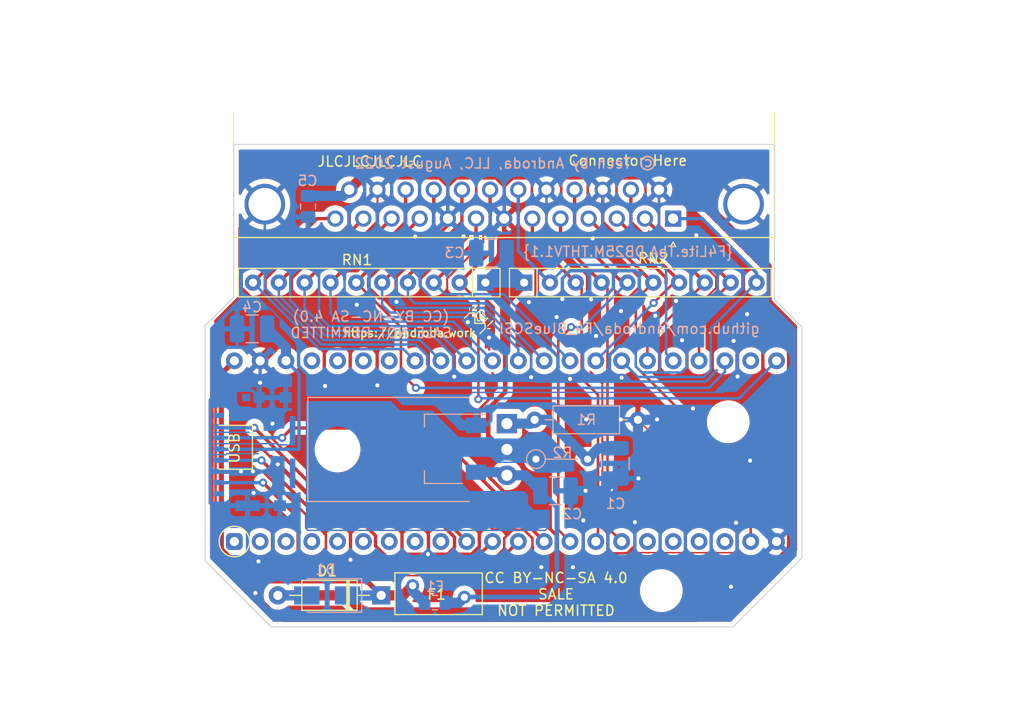
<source format=kicad_pcb>
(kicad_pcb (version 20211014) (generator pcbnew)
  (layers (0 "F.Cu" signal) (31 "B.Cu" signal) (34 "B.Paste" user) (35 "F.Paste" user) (36 "B.SilkS" user "B.Silkscreen") (37 "F.SilkS" user "F.Silkscreen") (38 "B.Mask" user) (39 "F.Mask" user) (44 "Edge.Cuts" user))
  (net 0 "")
  (net 1 "GND")
  (net 2 "+2V8")
  (net 3 "+5V")
  (net 7 "SD_CS")
  (net 8 "SD_CLK")
  (net 9 "SD_MISO")
  (net 10 "SD_MOSI")
  (net 11 "ATN")
  (net 12 "BSY")
  (net 13 "DBP")
  (net 14 "ACK")
  (net 15 "RST")
  (net 16 "MSG")
  (net 17 "SEL")
  (net 18 "CD")
  (net 19 "REQ")
  (net 20 "IO")
  (net 21 "DB7")
  (net 22 "DB6")
  (net 23 "DB5")
  (net 24 "DB4")
  (net 25 "DB3")
  (net 26 "DB2")
  (net 27 "DB1")
  (net 28 "DB0")
  (net 29 "+3V3")
  (net 30 "+5VP")
  (net 31 "+5F")
  (net 32 "Net-(C1-Pad1)")
  (footprint "MountingHole:MountingHole_3.2mm_M3" (layer "F.Cu") (at 151.29002 89.13876)
    (fp_text reference "REF**" hide)
    (fp_text value "MountingHole_3.2mm_M3")
  )
  (footprint "MountingHole:MountingHole_3.2mm_M3" (layer "F.Cu") (at 157.87116 72.52208)
    (fp_text reference "REF**" hide)
    (fp_text value "MountingHole_3.2mm_M3")
  )
  (footprint "CustomFootprints:Fuse_BelFuse_0ZRE0005FF_L8.3mm_W3.8mm" (layer "F.Cu") (at 126.83 88.64)
    (fp_text reference "F1")
    (fp_text value "Polyfuse")
  )
  (footprint "CustomFootprints:SpaceshipBug" (layer "F.Cu") (at 136.49198 62.08014 -90)
    (fp_text reference "REF**" hide)
    (fp_text value "SpaceshipBug" hide)
  )
  (footprint "Resistor_THT:R_Array_SIP10" (layer "F.Cu") (at 133.98246 58.83148 180)
    (fp_text reference "RN1")
    (fp_text value "R_Network09")
  )
  (footprint "Resistor_THT:R_Array_SIP10" (layer "F.Cu") (at 137.79246 58.83148)
    (fp_text reference "RN2")
    (fp_text value "R_Network09")
  )
  (footprint "Diode_THT:D_A-405_P10.16mm_Horizontal" (layer "F.Cu") (at 123.73 89.6 180)
    (fp_text reference "D1")
    (fp_text value "D")
  )
  (footprint "CustomFootprints:F4Lite_Footprint" (layer "F.Cu") (at 106.744675 76.681342 90)
    (fp_text reference "U2" hide)
    (fp_text value "F4Lite_Footprint")
  )
  (footprint "Connector_Dsub:DSUB-25_Male_Horizontal_P2.77x2.84mm_EdgePinOffset7.70mm_Housed_MountingHolesOffset9.12mm" (layer "F.Cu") (at 152.4508 52.53482 180)
    (fp_text reference "J6" hide)
    (fp_text value "DB25_Male_MountingHoles" hide)
  )
  (footprint "Capacitor_SMD:C_1210_3225Metric_Pad1.42x2.65mm_HandSolder" (layer "B.Cu") (at 140.886415 79.310243)
    (fp_text reference "C2")
    (fp_text value "10uF")
  )
  (footprint "Capacitor_SMD:C_1210_3225Metric_Pad1.42x2.65mm_HandSolder" (layer "B.Cu") (at 134.57682 55.92826 180)
    (fp_text reference "C3")
    (fp_text value "10uF")
  )
  (footprint "CustomFootprints:microsd_molex_1051620001" (layer "B.Cu") (at 111.347153 75.561202 90)
    (fp_text reference "J5" hide)
    (fp_text value "MicroSD-105162-0001")
  )
  (footprint "Capacitor_SMD:C_1210_3225Metric_Pad1.42x2.65mm_HandSolder" (layer "B.Cu") (at 146.764914 76.616242 -90)
    (fp_text reference "C1")
    (fp_text value "10uF")
  )
  (footprint "Resistor_THT:R_Axial_DIN0207_L6.3mm_D2.5mm_P10.16mm_Horizontal" (layer "B.Cu") (at 138.827414 72.325242)
    (fp_text reference "R1")
    (fp_text value "154")
  )
  (footprint "Resistor_THT:R_Axial_DIN0204_L3.6mm_D1.6mm_P5.08mm_Vertical" (layer "B.Cu") (at 138.954414 76.198744)
    (fp_text reference "R2")
    (fp_text value "120")
  )
  (footprint "Package_TO_SOT_THT:TO-220-3_Horizontal_TabDown" (layer "B.Cu") (at 136.096914 72.706244 -90)
    (fp_text reference "U1" hide)
    (fp_text value "LD1117V")
  )
  (footprint "Capacitor_SMD:C_1210_3225Metric_Pad1.42x2.65mm_HandSolder" (layer "B.Cu") (at 111.0345 63.38316 180)
    (fp_text reference "C4")
    (fp_text value "10uF")
  )
  (footprint "Capacitor_SMD:C_0805_2012Metric_Pad1.18x1.45mm_HandSolder" (layer "B.Cu") (at 116.5352 51.3373 -90)
    (fp_text reference "C5")
    (fp_text value "10uF")
  )
  (footprint "Fuse:Fuse_0805_2012Metric_Pad1.15x1.40mm_HandSolder" (layer "B.Cu") (at 129.023 90.3224)
    (fp_text reference "F2" hide)
    (fp_text value "Polyfuse")
  )
  (footprint "Diode_SMD:D_SMA" (layer "B.Cu") (at 118.4148 89.6112 180)
    (fp_text reference "D2" hide)
    (fp_text value "D")
  )
  (footprint "Package_TO_SOT_SMD:SOT-223-3_TabPin2" (layer "B.Cu") (at 129.8956 75.184 180)
    (fp_text reference "U3" hide)
    (fp_text value "LD1117V")
  )
  (gr_line (start 109.22 45.23232) (end 109.22 60.25134) (layer "Edge.Cuts") (width 0.1))
  (gr_line (start 106.39552 86.18982) (end 112.91062 92.70492) (layer "Edge.Cuts") (width 0.1))
  (gr_line (start 112.91062 92.70492) (end 158.33598 92.70492) (layer "Edge.Cuts") (width 0.1))
  (gr_line (start 106.39552 63.07582) (end 106.39552 86.18982) (layer "Edge.Cuts") (width 0.1))
  (gr_line (start 158.33598 92.70492) (end 165.11778 85.92312) (layer "Edge.Cuts") (width 0.1))
  (gr_line (start 109.22 45.23232) (end 162.41014 45.23232) (layer "Edge.Cuts") (width 0.1))
  (gr_line (start 165.11778 85.92312) (end 165.11778 63.18758) (layer "Edge.Cuts") (width 0.1))
  (gr_line (start 165.11778 63.18758) (end 162.41014 60.47994) (layer "Edge.Cuts") (width 0.1))
  (gr_line (start 162.41014 60.47994) (end 162.41014 45.23232) (layer "Edge.Cuts") (width 0.1))
  (gr_line (start 109.22 60.25134) (end 106.39552 63.07582) (layer "Edge.Cuts") (width 0.1))
  (gr_text "(CC BY-NC-SA 4.0)\nSALE NOT PERMITTED" (at 122.73 62.97) (layer "B.SilkS") (effects (font (size 1 1)) (justify mirror)))
  (gr_text "github.com/androda/F4_BlueSCSI" (at 148.15 63.36) (layer "B.SilkS") (effects (font (size 1 1)) (justify mirror)))
  (gr_text "{F4Lite.TbA.DB25M.THTV1.1}" (at 148.01 55.79) (layer "B.SilkS") (effects (font (size 1 1)) (justify mirror)))
  (gr_text "D1" (at 118.2624 87.0712) (layer "B.SilkS") (effects (font (size 1 1)) (justify mirror)))
  (gr_text "F1" (at 129.032 88.7476) (layer "B.SilkS") (effects (font (size 1 1)) (justify mirror)))
  (gr_text "© Tech by Androda, LLC, August 2022" (at 135.95858 47.09922) (layer "B.SilkS") (effects (font (size 1 1)) (justify mirror)))
  (gr_text "Connector Here" (at 147.99 46.83) (layer "F.SilkS") (effects (font (size 1 1))))
  (gr_text "CC BY-NC-SA 4.0\nSALE\nNOT PERMITTED" (at 140.93 89.49) (layer "F.SilkS") (effects (font (size 1 1))))
  (gr_text "https://androda.work" (at 126.51486 63.78956) (layer "F.SilkS") (effects (font (size 0.8 0.8))))
  (gr_text "JLCJLCJLCJLC" (at 122.62104 46.9138) (layer "F.SilkS") (effects (font (size 1 1))))
  (segment (start 144.51838 54.48046) (end 144.51838 54.48046) (width 0.25) (layer "F.Cu") (net 1))
  (segment (start 149.94382 62.6745) (end 149.94382 62.6745) (width 0.25) (layer "F.Cu") (net 1))
  (segment (start 158.639676 82.459664) (end 158.639676 81.977504) (width 0.14) (layer "F.Cu") (net 1))
  (segment (start 142.30858 68.3006) (end 142.30858 68.3006) (width 0.33) (layer "F.Cu") (net 1))
  (segment (start 143.6116 82.2198) (end 143.6116 77.352132) (width 0.33) (layer "F.Cu") (net 1))
  (segment (start 113.50244 91.57462) (end 113.50244 91.57462) (width 0.25) (layer "F.Cu") (net 1))
  (segment (start 120.711706 86.097634) (end 123.925338 86.097634) (width 0.14) (layer "F.Cu") (net 1))
  (segment (start 112.094176 85.794684) (end 110.864484 85.794684) (width 0.33) (layer "F.Cu") (net 1))
  (segment (start 131.826069 54.279869) (end 132.26288 53.843058) (width 0.2) (layer "F.Cu") (net 1))
  (segment (start 130.91668 68.0847) (end 130.91668 70.55104) (width 0.25) (layer "F.Cu") (net 1))
  (segment (start 127.07874 54.2925) (end 127.25908 54.11216) (width 0.33) (layer "F.Cu") (net 1))
  (segment (start 113.55578 76.71562) (end 116.80698 79.96682) (width 0.25) (layer "F.Cu") (net 1))
  (segment (start 145.5258 49.69482) (end 146.690801 48.529819) (width 0.33) (layer "F.Cu") (net 1))
  (segment (start 141.662841 48.529819) (end 141.44498 48.74768) (width 0.25) (layer "F.Cu") (net 1))
  (segment (start 109.75039 60.26705) (end 107.434655 62.582785) (width 0.25) (layer "F.Cu") (net 1))
  (segment (start 120.4468 64.86144) (end 120.68302 65.09766) (width 0.33) (layer "F.Cu") (net 1))
  (segment (start 144.360799 48.529819) (end 145.5258 49.69482) (width 0.33) (layer "F.Cu") (net 1))
  (segment (start 136.86536 87.53348) (end 138.614674 85.784166) (width 0.14) (layer "F.Cu") (net 1))
  (segment (start 130.94462 83.880085) (end 129.865995 82.80146) (width 0.33) (layer "F.Cu") (net 1))
  (segment (start 124.56922 60.3377) (end 123.51512 60.3377) (width 0.33) (layer "F.Cu") (net 1))
  (segment (start 129.94386 60.2488) (end 130.2258 59.96686) (width 0.2) (layer "F.Cu") (net 1))
  (segment (start 141.150801 48.529819) (end 141.662841 48.529819) (width 0.33) (layer "F.Cu") (net 1))
  (segment (start 158.4 64.57) (end 159.73 63.24) (width 0.2) (layer "F.Cu") (net 1))
  (segment (start 150.377702 56.99252) (end 151.7523 58.367118) (width 0.33) (layer "F.Cu") (net 1))
  (segment (start 159.36722 59.99226) (end 159.36722 57.8993) (width 0.33) (layer "F.Cu") (net 1))
  (segment (start 132.62356 85.54974) (end 133.38302 84.79028) (width 0.33) (layer "F.Cu") (net 1))
  (segment (start 128.33858 85.54974) (end 132.62356 85.54974) (width 0.33) (layer "F.Cu") (net 1))
  (segment (start 116.745139 56.564599) (end 116.841339 56.564599) (width 0.33) (layer "F.Cu") (net 1))
  (segment (start 144.051599 48.529819) (end 144.051599 50.384019) (width 0.25) (layer "F.Cu") (net 1))
  (segment (start 112.919676 85.682924) (end 112.919676 85.794684) (width 0.14) (layer "F.Cu") (net 1))
  (segment (start 113.04524 83.29676) (end 113.04524 85.55736) (width 0.33) (layer "F.Cu") (net 1))
  (segment (start 151.7523 58.367118) (end 151.7523 58.90006) (width 0.33) (layer "F.Cu") (net 1))
  (segment (start 130.2908 52.53482) (end 130.2908 49.355618) (width 0.33) (layer "F.Cu") (net 1))
  (segment (start 140.954676 86.123864) (end 140.954676 83.672596) (width 0.33) (layer "F.Cu") (net 1))
  (segment (start 147.32508 61.6331) (end 147.32508 65.14338) (width 0.25) (layer "F.Cu") (net 1))
  (segment (start 107.434655 85.506835) (end 113.50244 91.57462) (width 0.25) (layer "F.Cu") (net 1))
  (segment (start 138.555039 48.529819) (end 138.555039 50.484461) (width 0.25) (layer "F.Cu") (net 1))
  (segment (start 128.33858 85.54974) (end 125.82398 85.54974) (width 0.33) (layer "F.Cu") (net 1))
  (segment (start 154.174676 67.646343) (end 153.879674 67.351341) (width 0.2) (layer "F.Cu") (net 1))
  (segment (start 146.290344 85.487824) (end 146.340098 85.43807) (width 0.2) (layer "F.Cu") (net 1))
  (segment (start 123.3658 49.69482) (end 123.3658 51.56762) (width 0.2) (layer "F.Cu") (net 1))
  (segment (start 130.2908 53.178938) (end 125.197459 58.272279) (width 0.33) (layer "F.Cu") (net 1))
  (segment (start 154.7368 92.1512) (end 158.1404 88.7476) (width 0.14) (layer "F.Cu") (net 1))
  (segment (start 134.647739 86.1853) (end 135.834676 84.998363) (width 0.25) (layer "F.Cu") (net 1))
  (segment (start 143.6116 86.17712) (end 143.8402 86.17712) (width 0.25) (layer "F.Cu") (net 1))
  (segment (start 122.73026 68.3641) (end 123.334674 67.759686) (width 0.33) (layer "F.Cu") (net 1))
  (segment (start 133.203802 71.45528) (end 134.68858 69.970502) (width 0.25) (layer "F.Cu") (net 1))
  (segment (start 148.329377 85.396343) (end 148.446217 85.396343) (width 0.2) (layer "F.Cu") (net 1))
  (segment (start 159.73 63.84754) (end 161.274676 65.392216) (width 0.33) (layer "F.Cu") (net 1))
  (segment (start 148.68652 84.664499) (end 148.68652 82.40014) (width 0.2) (layer "F.Cu") (net 1))
  (segment (start 158.4 64.57) (end 157.363236 64.57) (width 0.2) (layer "F.Cu") (net 1))
  (segment (start 152.73782 60.63234) (end 151.98598 60.63234) (width 0.25) (layer "F.Cu") (net 1))
  (segment (start 139.97432 53.08346) (end 139.97432 54.3941) (width 0.33) (layer "F.Cu") (net 1))
  (segment (start 111.35 89.37) (end 114.1312 92.1512) (width 0.14) (layer "F.Cu") (net 1))
  (segment (start 156.672461 59.359481) (end 156.672461 58.303479) (width 0.2) (layer "F.Cu") (net 1))
  (segment (start 130.2908 49.355618) (end 129.465001 48.529819) (width 0.33) (layer "F.Cu") (net 1))
  (segment (start 128.38176 83.96986) (end 128.39192 83.98002) (width 0.33) (layer "F.Cu") (net 1))
  (segment (start 129.865995 82.80146) (end 129.1844 82.80146) (width 0.33) (layer "F.Cu") (net 1))
  (segment (start 148.68652 84.8614) (end 148.68652 85.15604) (width 0.2) (layer "F.Cu") (net 1))
  (segment (start 143.6116 77.352132) (end 142.30858 76.049112) (width 0.33) (layer "F.Cu") (net 1))
  (segment (start 131.82092 71.45528) (end 133.203802 71.45528) (width 0.25) (layer "F.Cu") (net 1))
  (segment (start 120.59158 53.14188) (end 119.3673 54.36616) (width 0.33) (layer "F.Cu") (net 1))
  (segment (start 112.03432 75.19416) (end 113.55578 76.71562) (width 0.25) (layer "F.Cu") (net 1))
  (segment (start 134.083288 86.749751) (end 134.647739 86.1853) (width 0.14) (layer "F.Cu") (net 1))
  (segment (start 131.116599 48.529819) (end 133.086419 48.529819) (width 0.33) (layer "F.Cu") (net 1))
  (segment (start 145.969676 85.487824) (end 146.290344 85.487824) (width 0.2) (layer "F.Cu") (net 1))
  (segment (start 130.91668 72.92848) (end 134.40918 76.42098) (width 0.33) (layer "F.Cu") (net 1))
  (segment (start 138.48588 68.1355) (end 138.48588 62.765) (width 0.25) (layer "F.Cu") (net 1))
  (segment (start 114.1312 92.1512) (end 154.7368 92.1512) (width 0.14) (layer "F.Cu") (net 1))
  (segment (start 128.360608 63.516072) (end 128.360608 67.722312) (width 0.33) (layer "F.Cu") (net 1))
  (segment (start 120.68302 65.09766) (end 120.68302 67.7418) (width 0.33) (layer "F.Cu") (net 1))
  (segment (start 138.614674 85.784166) (end 138.614674 84.853343) (width 0.14) (layer "F.Cu") (net 1))
  (segment (start 127.62484 60.2488) (end 129.94386 60.2488) (width 0.2) (layer "F.Cu") (net 1))
  (segment (start 133.086419 48.529819) (end 135.005001 48.529819) (width 0.33) (layer "F.Cu") (net 1))
  (segment (start 145.484425 68.761185) (end 144.31264 67.5894) (width 0.2) (layer "F.Cu") (net 1))
  (segment (start 116.403578 54.36616) (end 112.31626 58.453478) (width 0.33) (layer "F.Cu") (net 1))
  (segment (start 145.5258 52.874022) (end 149.644298 56.99252) (width 0.33) (layer "F.Cu") (net 1))
  (segment (start 148.151577 85.396343) (end 148.68652 84.8614) (width 0.2) (layer "F.Cu") (net 1))
  (segment (start 148.111483 85.396343) (end 148.151577 85.396343) (width 0.2) (layer "F.Cu") (net 1))
  (segment (start 110.8202 75.19416) (end 112.03432 75.19416) (width 0.25) (layer "F.Cu") (net 1))
  (segment (start 133.861111 87.659909) (end 135.438451 87.659909) (width 0.14) (layer "F.Cu") (net 1))
  (segment (start 135.8308 52.53482) (end 135.8308 49.355618) (width 0.33) (layer "F.Cu") (net 1))
  (segment (start 120.59158 51.82108) (end 120.59158 53.14188) (width 0.33) (layer "F.Cu") (net 1))
  (segment (start 109.897459 53.498161) (end 109.897459 59.367639) (width 0.45) (layer "F.Cu") (net 1))
  (segment (start 123.334674 67.759686) (end 123.334674 65.483634) (width 0.33) (layer "F.Cu") (net 1))
  (segment (start 123.3658 52.874022) (end 120.351352 55.88847) (width 0.33) (layer "F.Cu") (net 1))
  (segment (start 118.294674 86.097634) (end 120.711706 86.097634) (width 0.14) (layer "F.Cu") (net 1))
  (segment (start 158.420274 85.396343) (end 158.639676 85.176941) (width 0.14) (layer "F.Cu") (net 1))
  (segment (start 129.063819 57.042119) (end 131.826069 54.279869) (width 0.2) (layer "F.Cu") (net 1))
  (segment (start 156.672461 58.303479) (end 154.335532 55.96655) (width 0.2) (layer "F.Cu") (net 1))
  (segment (start 111.824675 66.521342) (end 113.695373 68.39204) (width 0.33) (layer "F.Cu") (net 1))
  (segment (start 134.759061 83.151341) (end 127.04318 75.43546) (width 0.25) (layer "F.Cu") (net 1))
  (segment (start 113.04938 62.51956) (end 113.02906 62.49924) (width 1) (layer "F.Cu") (net 1))
  (segment (start 138.614674 85.548994) (end 139.2428 86.17712) (width 0.33) (layer "F.Cu") (net 1))
  (segment (start 138.48588 62.765) (end 139.01834 62.23254) (width 0.25) (layer "F.Cu") (net 1))
  (segment (start 151.0658 49.69482) (end 151.0658 53.226842) (width 0.25) (layer "F.Cu") (net 1))
  (segment (start 145.266442 54.48046) (end 144.51838 54.48046) (width 0.25) (layer "F.Cu") (net 1))
  (segment (start 130.2908 52.53482) (end 130.2908 53.178938) (width 0.33) (layer "F.Cu") (net 1))
  (segment (start 112.919676 85.794684) (end 112.094176 85.794684) (width 0.33) (layer "F.Cu") (net 1))
  (segment (start 112.919676 85.794684) (end 112.919676 86.851656) (width 0.14) (layer "F.Cu") (net 1))
  (segment (start 123.3658 52.777822) (end 120.217712 55.92591) (width 0.2) (layer "F.Cu") (net 1))
  (segment (start 149.077461 59.315034) (end 149.077461 58.291479) (width 0.25) (layer "F.Cu") (net 1))
  (segment (start 128.38176 83.96986) (end 128.38176 85.50656) (width 0.33) (layer "F.Cu") (net 1))
  (segment (start 158.734676 65.422696) (end 158.734676 67.688376) (width 0.33) (layer "F.Cu") (net 1))
  (segment (start 136.672674 83.151341) (end 137.776676 83.151341) (width 0.25) (layer "F.Cu") (net 1))
  (segment (start 112.33404 58.531898) (end 112.33404 59.60872) (width 0.2) (layer "F.Cu") (net 1))
  (segment (start 151.12492 66.52768) (end 151.12492 65.25514) (width 0.33) (layer "F.Cu") (net 1))
  (segment (start 147.954676 85.396343) (end 147.912949 85.43807) (width 0.2) (layer "F.Cu") (net 1))
  (segment (start 148.700763 85.396343) (end 147.954676 85.396343) (width 0.2) (layer "F.Cu") (net 1))
  (segment (start 159.73 63.24) (end 159.73 61.94) (width 0.2) (layer "F.Cu") (net 1))
  (segment (start 158.4 64.57) (end 158.4 65.08802) (width 0.33) (layer "F.Cu") (net 1))
  (segment (start 144.8689 64.08166) (end 144.8689 60.9727) (width 0.25) (layer "F.Cu") (net 1))
  (segment (start 133.086419 48.529819) (end 133.086419 50.865461) (width 0.25) (layer "F.Cu") (net 1))
  (segment (start 139.97432 53.08346) (end 139.97432 51.79314) (width 0.25) (layer "F.Cu") (net 1))
  (segment (start 141.44498 48.74768) (end 141.44498 50.24628) (width 0.25) (layer "F.Cu") (net 1))
  (segment (start 145.969676 85.891684) (end 145.969676 85.487824) (width 0.2) (layer "F.Cu") (net 1))
  (segment (start 159.73 61.94) (end 159.73 63.84754) (width 0.33) (layer "F.Cu") (net 1))
  (segment (start 143.997461 60.101261) (end 143.997461 58.109459) (width 0.25) (layer "F.Cu") (net 1))
  (segment (start 139.97432 54.086318) (end 139.97432 53.08346) (width 0.25) (layer "F.Cu") (net 1))
  (segment (start 148.329377 85.396343) (end 148.329377 85.363323) (width 0.2) (layer "F.Cu") (net 1))
  (segment (start 125.197459 59.709461) (end 124.56922 60.3377) (width 0.33) (layer "F.Cu") (net 1))
  (segment (start 116.499778 54.36616) (end 112.33404 58.531898) (width 0.2) (layer "F.Cu") (net 1))
  (segment (start 136.672674 83.151341) (end 134.759061 83.151341) (width 0.25) (layer "F.Cu") (net 1))
  (segment (start 146.290344 85.487824) (end 147.598518 85.487824) (width 0.2) (layer "F.Cu") (net 1))
  (segment (start 134.40918 78.00925) (end 135.82065 79.42072) (width 0.33) (layer "F.Cu") (net 1))
  (segment (start 113.02906 65.316957) (end 113.02906 64.86238) (width 1) (layer "F.Cu") (net 1))
  (segment (start 144.051599 48.529819) (end 144.360799 48.529819) (width 0.33) (layer "F.Cu") (net 1))
  (segment (start 135.005001 48.529819) (end 135.8308 49.355618) (width 0.33) (layer "F.Cu") (net 1))
  (segment (start 127.04318 75.43546) (end 122.73788 75.43546) (width 0.25) (layer "F.Cu") (net 1))
  (segment (start 149.644298 56.99252) (end 150.377702 56.99252) (width 0.33) (layer "F.Cu") (net 1))
  (segment (start 130.91668 70.55104) (end 131.82092 71.45528) (width 0.25) (layer "F.Cu") (net 1))
  (segment (start 148.68652 84.664499) (end 148.68652 84.8614) (width 0.2) (layer "F.Cu") (net 1))
  (segment (start 130.94462 84.882597) (end 130.94462 83.880085) (width 0.33) (layer "F.Cu") (net 1))
  (segment (start 113.04524 85.55736) (end 112.919676 85.682924) (width 0.33) (layer "F.Cu") (net 1))
  (segment (start 138.820799 48.529819) (end 139.9858 49.69482) (width 0.33) (layer "F.Cu") (net 1))
  (segment (start 135.8308 53.66619) (end 139.01834 56.85373) (width 0.45) (layer "F.Cu") (net 1))
  (segment (start 140.90142 86.17712) (end 143.6116 86.17712) (width 0.25) (layer "F.Cu") (net 1))
  (segment (start 123.3658 51.56762) (end 123.3658 52.777822) (width 0.2) (layer "F.Cu") (net 1))
  (segment (start 141.662841 48.529819) (end 144.051599 48.529819) (width 0.33) (layer "F.Cu") (net 1))
  (segment (start 125.197459 59.633261) (end 125.197459 59.709461) (width 0.33) (layer "F.Cu") (net 1))
  (segment (start 125.197459 58.272279) (end 125.197459 59.633261) (width 0.33) (layer "F.Cu") (net 1))
  (segment (start 149.077461 58.291479) (end 145.266442 54.48046) (width 0.25) (layer "F.Cu") (net 1))
  (segment (start 149.732421 48.529819) (end 149.900799 48.529819) (width 0.33) (layer "F.Cu") (net 1))
  (segment (start 140.954676 83.672596) (end 140.0556 82.77352) (width 0.33) (layer "F.Cu") (net 1))
  (segment (start 148.68652 85.15604) (end 148.68652 85.3821) (width 0.2) (layer "F.Cu") (net 1))
  (segment (start 154.40914 71.20636) (end 154.40914 68.5673) (width 0.33) (layer "F.Cu") (net 1))
  (segment (start 123.685758 57.24398) (end 124.12726 57.24398) (width 0.33) (layer "F.Cu") (net 1))
  (segment (start 128.865561 57.042119) (end 127.69342 58.21426) (width 0.33) (layer "F.Cu") (net 1))
  (segment (start 115.37188 62.51956) (end 113.04938 62.51956) (width 1) (layer "F.Cu") (net 1))
  (segment (start 130.277477 85.54974) (end 130.94462 84.882597) (width 0.33) (layer "F.Cu") (net 1))
  (segment (start 148.111483 85.396343) (end 148.329377 85.396343) (width 0.14) (layer "F.Cu") (net 1))
  (segment (start 117.480028 55.92591) (end 116.841339 56.564599) (width 0.2) (layer "F.Cu") (net 1))
  (segment (start 107.434655 62.582785) (end 107.434655 85.506835) (width 0.25) (layer "F.Cu") (net 1))
  (segment (start 151.12492 67.92214) (end 151.12492 66.52768) (width 0.33) (layer "F.Cu") (net 1))
  (segment (start 147.32508 61.6331) (end 147.32508 61.067415) (width 0.25) (layer "F.Cu") (net 1))
  (segment (start 113.695373 68.39204) (end 117.57406 68.39204) (width 0.33) (layer "F.Cu") (net 1))
  (segment (start 159.73 60.35504) (end 159.36722 59.99226) (width 0.33) (layer "F.Cu") (net 1))
  (segment (start 138.614674 83.989339) (end 138.614674 84.853343) (width 0.25) (layer "F.Cu") (net 1))
  (segment (start 123.3658 49.69482) (end 121.99392 51.0667) (width 0.2) (layer "F.Cu") (net 1))
  (segment (start 112.919676 80.38946) (end 112.919676 82.787656) (width 0.14) (layer "F.Cu") (net 1))
  (segment (start 120.711706 86.097634) (end 120.711706 83.043506) (width 0.33) (layer "F.Cu") (net 1))
  (segment (start 112.919676 83.171196) (end 113.04524 83.29676) (width 0.33) (layer "F.Cu") (net 1))
  (segment (start 110.79687 60.26705) (end 113.02906 62.49924) (width 0.45) (layer "F.Cu") (net 1))
  (segment (start 146.340098 85.43807) (end 147.912949 85.43807) (width 0.2) (layer "F.Cu") (net 1))
  (segment (start 154.40914 71.20636) (end 151.12492 67.92214) (width 0.33) (layer "F.Cu") (net 1))
  (segment (start 139.2428 86.17712) (end 140.90142 86.17712) (width 0.33) (layer "F.Cu") (net 1))
  (segment (start 147.32508 61.067415) (end 149.077461 59.315034) (width 0.25) (layer "F.Cu") (net 1))
  (segment (start 113.02906 65.316957) (end 111.824675 66.521342) (width 1) (layer "F.Cu") (net 1))
  (segment (start 149.732421 48.529819) (end 149.732421 50.315439) (width 0.25) (layer "F.Cu") (net 1))
  (segment (start 135.8308 49.355618) (end 136.656599 48.529819) (width 0.33) (layer "F.Cu") (net 1))
  (segment (start 135.82065 79.42072) (end 136.64692 79.42072) (width 0.33) (layer "F.Cu") (net 1))
  (segment (start 145.969676 85.487824) (end 145.969676 83.487397) (width 0.2) (layer "F.Cu") (net 1))
  (segment (start 113.02906 62.49924) (end 113.02906 65.316957) (width 1) (layer "F.Cu") (net 1))
  (segment (start 125.77826 85.50402) (end 125.77826 83.54822) (width 0.33) (layer "F.Cu") (net 1))
  (segment (start 121.99392 51.0667) (end 121.34596 51.0667) (width 0.2) (layer "F.Cu") (net 1))
  (segment (start 153.879674 62.152268) (end 156.672461 59.359481) (width 0.2) (layer "F.Cu") (net 1))
  (segment (start 143.6116 86.17712) (end 145.68424 86.17712) (width 0.2) (layer "F.Cu") (net 1))
  (segment (start 120.217712 55.92591) (end 117.480028 55.92591) (width 0.2) (layer "F.Cu") (net 1))
  (segment (start 118.73738 64.86144) (end 120.4468 64.86144) (width 0.33) (layer "F.Cu") (net 1))
  (segment (start 136.656599 48.529819) (end 138.555039 48.529819) (width 0.33) (layer "F.Cu") (net 1))
  (segment (start 148.700763 85.396343) (end 158.420274 85.396343) (width 0.14) (layer "F.Cu") (net 1))
  (segment (start 130.2258 59.96686) (end 130.2258 58.420138) (width 0.2) (layer "F.Cu") (net 1))
  (segment (start 109.897459 59.367639) (end 110.79687 60.26705) (width 0.45) (layer "F.Cu") (net 1))
  (segment (start 135.8308 52.53482) (end 135.8308 53.66619) (width 0.45) (layer "F.Cu") (net 1))
  (segment (start 137.776676 83.151341) (end 138.614674 83.989339) (width 0.25) (layer "F.Cu") (net 1))
  (segment (start 116.745139 56.564599) (end 114.8969 58.412838) (width 0.33) (layer "F.Cu") (net 1))
  (segment (start 124.530801 48.529819) (end 123.3658 49.69482) (width 0.33) (layer "F.Cu") (net 1))
  (segment (start 122.4915 58.438238) (end 123.685758 57.24398) (width 0.33) (layer "F.Cu") (net 1))
  (segment (start 134.40918 76.42098) (end 134.40918 78.00925) (width 0.33) (layer "F.Cu") (net 1))
  (segment (start 123.3658 51.56762) (end 123.3658 52.874022) (width 0.33) (layer "F.Cu") (net 1))
  (segment (start 147.912949 85.43807) (end 148.68652 84.664499) (width 0.2) (layer "F.Cu") (net 1))
  (segment (start 140.90142 86.17712) (end 140.954676 86.123864) (width 0.33) (layer "F.Cu") (net 1))
  (segment (start 127.522661 48.529819) (end 127.522661 50.847681) (width 0.25) (layer "F.Cu") (net 1))
  (segment (start 125.82398 85.54974) (end 125.77826 85.50402) (width 0.33) (layer "F.Cu") (net 1))
  (segment (start 151.98598 60.63234) (end 149.94382 62.6745) (width 0.25) (layer "F.Cu") (net 1))
  (segment (start 128.33858 85.54974) (end 130.277477 85.54974) (width 0.33) (layer "F.Cu") (net 1))
  (segment (start 148.329377 85.396343) (end 148.700763 85.396343) (width 0.14) (layer "F.Cu") (net 1))
  (segment (start 112.2808 51.11482) (end 109.897459 53.498161) (width 0.45) (layer "F.Cu") (net 1))
  (segment (start 117.57406 68.39204) (end 118.13286 67.83324) (width 0.33) (layer "F.Cu") (net 1))
  (segment (start 118.13286 67.83324) (end 118.13286 65.46596) (width 0.33) (layer "F.Cu") (net 1))
  (segment (start 142.30858 76.049112) (end 142.30858 68.3006) (width 0.33) (layer "F.Cu") (net 1))
  (segment (start 152.21223 55.96655) (end 150.04796 53.80228) (width 0.2) (layer "F.Cu") (net 1))
  (segment (start 119.3673 54.36616) (end 116.499778 54.36616) (width 0.2) (layer "F.Cu") (net 1))
  (segment (start 145.68424 86.17712) (end 145.969676 85.891684) (width 0.2) (layer "F.Cu") (net 1))
  (segment (start 115.37188 62.51956) (end 114.43716 62.51956) (width 1) (layer "F.Cu") (net 1))
  (segment (start 144.38122 60.48502) (end 143.997461 60.101261) (width 0.25) (layer "F.Cu") (net 1))
  (segment (start 112.31626 58.453478) (end 112.31626 59.7662) (width 0.33) (layer "F.Cu") (net 1))
  (segment (start 143.997461 58.109459) (end 139.97432 54.086318) (width 0.25) (layer "F.Cu") (net 1))
  (segment (start 143.6116 86.17712) (end 143.6116 82.2198) (width 0.33) (layer "F.Cu") (net 1))
  (segment (start 147.689999 85.396343) (end 148.111483 85.396343) (width 0.14) (layer "F.Cu") (net 1))
  (segment (start 134.34441 64.24041) (end 134.34441 61.91631) (width 0.25) (layer "F.Cu") (net 1))
  (segment (start 149.900799 48.529819) (end 151.0658 49.69482) (width 0.33) (layer "F.Cu") (net 1))
  (segment (start 139.97432 54.3941) (end 142.93342 57.3532) (width 0.33) (layer "F.Cu") (net 1))
  (segment (start 138.614674 84.853343) (end 138.614674 85.548994) (width 0.33) (layer "F.Cu") (net 1))
  (segment (start 113.727929 87.659909) (end 133.861111 87.659909) (width 0.14) (layer "F.Cu") (net 1))
  (segment (start 154.40914 68.5673) (end 153.814674 67.972834) (width 0.33) (layer "F.Cu") (net 1))
  (segment (start 148.68652 85.3821) (end 148.700763 85.396343) (width 0.2) (layer "F.Cu") (net 1))
  (segment (start 119.3673 54.36616) (end 116.403578 54.36616) (width 0.33) (layer "F.Cu") (net 1))
  (segment (start 113.03 74.193842) (end 114.103978 75.26782) (width 0.25) (layer "F.Cu") (net 1))
  (segment (start 123.925338 86.097634) (end 124.577454 86.749751) (width 0.14) (layer "F.Cu") (net 1))
  (segment (start 135.834676 83.989339) (end 136.672674 83.151341) (width 0.25) (layer "F.Cu") (net 1))
  (segment (start 129.465001 48.529819) (end 127.522661 48.529819) (width 0.33) (layer "F.Cu") (net 1))
  (segment (start 127.520716 60.352924) (end 127.62484 60.2488) (width 0.2) (layer "F.Cu") (net 1))
  (segment (start 156.297998 65.635238) (end 156.297998 67.427742) (width 0.33) (layer "F.Cu") (net 1))
  (segment (start 139.9858 49.69482) (end 141.150801 48.529819) (width 0.33) (layer "F.Cu") (net 1))
  (segment (start 112.919676 86.851656) (end 113.727929 87.659909) (width 0.14) (layer "F.Cu") (net 1))
  (segment (start 114.8969 59.51728) (end 114.95786 59.57824) (width 0.33) (layer "F.Cu") (net 1))
  (segment (start 128.38176 82.84464) (end 128.38176 83.0453) (width 0.25) (layer "F.Cu") (net 1))
  (segment (start 118.294674 83.622552) (end 118.294674 86.097634) (width 0.25) (layer "F.Cu") (net 1))
  (segment (start 130.91668 67.3735) (end 130.91668 72.92848) (width 0.33) (layer "F.Cu") (net 1))
  (segment (start 110.634674 85.564874) (end 110.634674 83.075886) (width 0.33) (layer "F.Cu") (net 1))
  (segment (start 114.43716 62.51956) (end 113.74882 63.2079) (width 1) (layer "F.Cu") (net 1))
  (segment (start 127.62484 58.481098) (end 129.063819 57.042119) (width 0.2) (layer "F.Cu") (net 1))
  (segment (start 144.8689 60.9727) (end 144.38122 60.48502) (width 0.25) (layer "F.Cu") (net 1))
  (segment (start 146.690801 48.529819) (end 146.881159 48.529819) (width 0.33) (layer "F.Cu") (net 1))
  (segment (start 145.969676 83.487397) (end 145.484425 83.002146) (width 0.2) (layer "F.Cu") (net 1))
  (segment (start 151.806338 53.96738) (end 152.40508 53.96738) (width 0.25) (layer "F.Cu") (net 1))
  (segment (start 114.8969 58.412838) (end 114.8969 59.51728) (width 0.33) (layer "F.Cu") (net 1))
  (segment (start 145.484425 83.002146) (end 145.484425 68.761185) (width 0.2) (layer "F.Cu") (net 1))
  (segment (start 127.62484 60.2488) (end 127.62484 58.481098) (width 0.2) (layer "F.Cu") (net 1))
  (segment (start 109.931418 77.401202) (end 109.931418 76.082942) (width 0.25) (layer "F.Cu") (net 1))
  (segment (start 158.639676 85.176941) (end 158.639676 82.459664) (width 0.14) (layer "F.Cu") (net 1))
  (segment (start 159.73 61.94) (end 159.73 60.35504) (width 0.33) (layer "F.Cu") (net 1))
  (segment (start 111.112518 77.401202) (end 112.073324 77.401202) (width 0.25) (layer "F.Cu") (net 1))
  (segment (start 121.34596 51.0667) (end 120.59158 51.82108) (width 0.2) (layer "F.Cu") (net 1))
  (segment (start 154.335532 55.96655) (end 152.21223 55.96655) (width 0.2) (layer "F.Cu") (net 1))
  (segment (start 116.841339 56.564599) (end 117.415028 55.99091) (width 0.33) (layer "F.Cu") (net 1))
  (segment (start 138.555039 48.529819) (end 138.820799 48.529819) (width 0.33) (layer "F.Cu") (net 1))
  (segment (start 153.814674 67.972834) (end 153.814674 65.392194) (width 0.33) (layer "F.Cu") (net 1))
  (segment (start 120.351352 55.88847) (end 119.376697 55.88847) (width 0.33) (layer "F.Cu") (net 1))
  (segment (start 125.197459 60.352924) (end 127.520716 60.352924) (width 0.2) (layer "F.Cu") (net 1))
  (segment (start 148.329377 85.363323) (end 148.58238 85.11032) (width 0.2) (layer "F.Cu") (net 1))
  (segment (start 113.02906 64.86238) (end 115.37188 62.51956) (width 1) (layer "F.Cu") (net 1))
  (segment (start 130.91668 66.072145) (end 130.91668 67.3735) (width 0.33) (layer "F.Cu") (net 1))
  (segment (start 158.639676 81.977504) (end 148.987414 72.325242) (width 0.14) (layer "F.Cu") (net 1))
  (segment (start 120.68302 67.7418) (end 121.30532 68.3641) (width 0.33) (layer "F.Cu") (net 1))
  (segment (start 146.881159 48.529819) (end 149.732421 48.529819) (width 0.33) (layer "F.Cu") (net 1))
  (segment (start 151.0658 53.226842) (end 151.806338 53.96738) (width 0.25) (layer "F.Cu") (net 1))
  (segment (start 139.01834 56.85373) (end 139.01834 62.23254) (width 0.45) (layer "F.Cu") (net 1))
  (segment (start 128.38176 85.50656) (end 128.33858 85.54974) (width 0.33) (layer "F.Cu") (net 1))
  (segment (start 135.834676 84.998363) (end 135.834676 83.989339) (width 0.25) (layer "F.Cu") (net 1))
  (segment (start 122.4915 59.31408) (end 122.4915 58.438238) (width 0.33) (layer "F.Cu") (net 1))
  (segment (start 146.881159 48.529819) (end 146.881159 50.636861) (width 0.25) (layer "F.Cu") (net 1))
  (segment (start 145.5258 49.69482) (end 145.5258 52.874022) (width 0.33) (layer "F.Cu") (net 1))
  (segment (start 110.79687 60.26705) (end 109.75039 60.26705) (width 0.25) (layer "F.Cu") (net 1))
  (segment (start 130.2258 58.420138) (end 133.7691 54.876838) (width 0.2) (layer "F.Cu") (net 1))
  (segment (start 148.446217 85.396343) (end 148.68652 85.15604) (width 0.2) (layer "F.Cu") (net 1))
  (segment (start 113.03 72.7075) (end 113.03 74.193842) (width 0.25) (layer "F.Cu") (net 1))
  (segment (start 133.38302 84.79028) (end 133.38302 83.47964) (width 0.33) (layer "F.Cu") (net 1))
  (segment (start 109.931418 76.082942) (end 110.8202 75.19416) (width 0.25) (layer "F.Cu") (net 1))
  (segment (start 129.063819 57.042119) (end 128.865561 57.042119) (width 0.33) (layer "F.Cu") (net 1))
  (segment (start 128.38176 83.0453) (end 128.38176 83.96986) (width 0.33) (layer "F.Cu") (net 1))
  (segment (start 125.197459 60.352924) (end 128.360608 63.516072) (width 0.33) (layer "F.Cu") (net 1))
  (segment (start 124.12726 57.24398) (end 127.07874 54.2925) (width 0.33) (layer "F.Cu") (net 1))
  (segment (start 157.363236 64.57) (end 156.297998 65.635238) (width 0.2) (layer "F.Cu") (net 1))
  (segment (start 118.13286 65.46596) (end 118.73738 64.86144) (width 0.33) (layer "F.Cu") (net 1))
  (segment (start 123.51512 60.3377) (end 122.4915 59.31408) (width 0.33) (layer "F.Cu") (net 1))
  (segment (start 134.68858 69.970502) (end 134.68858 67.73418) (width 0.25) (layer "F.Cu") (net 1))
  (segment (start 130.91668 67.3735) (end 130.91668 68.0847) (width 0.25) (layer "F.Cu") (net 1))
  (segment (start 117.415028 55.99091) (end 118.293483 55.99091) (width 0.33) (layer "F.Cu") (net 1))
  (segment (start 125.197459 59.633261) (end 125.197459 60.352924) (width 0.33) (layer "F.Cu") (net 1))
  (segment (start 112.919676 82.787656) (end 112.919676 83.171196) (width 0.33) (layer "F.Cu") (net 1))
  (segment (start 124.577454 86.749751) (end 134.083288 86.749751) (width 0.14) (layer "F.Cu") (net 1))
  (segment (start 134.34441 64.24041) (end 134.34441 65.39865) (width 0.25) (layer "F.Cu") (net 1))
  (segment (start 114.103978 75.26782) (end 116.80952 75.26782) (width 0.25) (layer "F.Cu") (net 1))
  (segment (start 110.864484 85.794684) (end 110.634674 85.564874) (width 0.33) (layer "F.Cu") (net 1))
  (segment (start 118.294674 86.097634) (end 118.38234 86.1853) (width 0.25) (layer "F.Cu") (net 1))
  (segment (start 161.274676 65.392216) (end 161.274676 67.764576) (width 0.33) (layer "F.Cu") (net 1))
  (segment (start 112.073324 77.401202) (end 118.294674 83.622552) (width 0.25) (layer "F.Cu") (net 1))
  (segment (start 121.30532 68.3641) (end 122.73026 68.3641) (width 0.33) (layer "F.Cu") (net 1))
  (segment (start 133.7691 54.876838) (end 133.7691 53.87594) (width 0.2) (layer "F.Cu") (net 1))
  (segment (start 127.522661 48.529819) (end 124.530801 48.529819) (width 0.33) (layer "F.Cu") (net 1))
  (segment (start 130.2908 49.355618) (end 131.116599 48.529819) (width 0.33) (layer "F.Cu") (net 1))
  (segment (start 158.4 65.08802) (end 158.734676 65.422696) (width 0.33) (layer "F.Cu") (net 1))
  (segment (start 128.360608 63.516072) (end 130.91668 66.072145) (width 0.33) (layer "F.Cu") (net 1))
  (via (at 150.86838 72.29348) (size 0.8) (drill 0.4) (layers "F.Cu" "B.Cu") (net 1))
  (via (at 160.02 76.3397) (size 0.8) (drill 0.4) (layers "F.Cu" "B.Cu") (net 1))
  (via (at 154.73426 54.17058) (size 0.8) (drill 0.4) (layers "F.Cu" "B.Cu") (net 1))
  (via (at 150.69312 62.08522) (size 0.8) (drill 0.4) (layers "F.Cu" "B.Cu") (net 1))
  (via (at 147.30222 72.29348) (size 0.8) (drill 0.4) (layers "F.Cu" "B.Cu") (net 1))
  (via (at 158.1404 88.7476) (size 0.8) (drill 0.4) (layers "F.Cu" "B.Cu") (net 1))
  (via (at 113.03 72.7075) (size 0.8) (drill 0.4) (layers "F.Cu" "B.Cu") (net 1))
  (via (at 142.30858 68.3006) (size 0.8) (drill 0.4) (layers "F.Cu" "B.Cu") (net 1))
  (via (at 109.931418 77.401202) (size 0.8) (drill 0.4) (layers "F.Cu" "B.Cu") (net 1))
  (via (at 143.838917 79.310243) (size 0.8) (drill 0.4) (layers "F.Cu" "B.Cu") (net 1))
  (via (at 111.112518 77.401202) (size 0.8) (drill 0.4) (layers "F.Cu" "B.Cu") (net 1))
  (via (at 123.3551 68.94068) (size 0.8) (drill 0.4) (layers "F.Cu" "B.Cu") (net 1))
  (via (at 149.04212 78.09484) (size 0.8) (drill 0.4) (layers "F.Cu" "B.Cu") (net 1))
  (via (at 130.91668 68.0847) (size 0.8) (drill 0.4) (layers "F.Cu" "B.Cu") (net 1))
  (via (at 134.34441 64.24041) (size 0.8) (drill 0.4) (layers "F.Cu" "B.Cu") (net 1))
  (via (at 140.98778 62.22238) (size 0.8) (drill 0.4) (layers "F.Cu" "B.Cu") (net 1))
  (via (at 138.2649 60.75426) (size 0.8) (drill 0.4) (layers "F.Cu" "B.Cu") (net 1))
  (via (at 152.73782 60.63234) (size 0.8) (drill 0.4) (layers "F.Cu" "B.Cu") (net 1))
  (via (at 131.826069 54.279869) (size 0.8) (drill 0.4) (layers "F.Cu" "B.Cu") (net 1))
  (via (at 132.24764 62.72784) (size 0.8) (drill 0.4) (layers "F.Cu" "B.Cu") (net 1))
  (via (at 153.33 64.51) (size 0.8) (drill 0.4) (layers "F.Cu" "B.Cu") (net 1))
  (via (at 158.4 64.57) (size 0.8) (drill 0.4) (layers "F.Cu" "B.Cu") (net 1))
  (via (at 128.33858 85.54974) (size 0.8) (drill 0.4) (layers "F.Cu" "B.Cu") (net 1))
  (via (at 154.40914 71.20636) (size 0.8) (drill 0.4) (layers "F.Cu" "B.Cu") (net 1))
  (via (at 144.51838 54.48046) (size 0.8) (drill 0.4) (layers "F.Cu" "B.Cu") (net 1))
  (via (at 125.237459 60.726101) (size 0.8) (drill 0.4) (layers "F.Cu" "B.Cu") (net 1))
  (via (at 143.6116 82.2198) (size 0.8) (drill 0.4) (layers "F.Cu" "B.Cu") (net 1))
  (via (at 139.48664 86.8299) (size 0.8) (drill 0.4) (layers "F.Cu" "B.Cu") (net 1))
  (via (at 138.48588 68.1355) (size 0.8) (drill 0.4) (layers "F.Cu" "B.Cu") (net 1))
  (via (at 111.1758 79.51978) (size 0.8) (drill 0.4) (layers "F.Cu" "B.Cu") (net 1))
  (via (at 159.73 61.94) (size 0.8) (drill 0.4) (layers "F.Cu" "B.Cu") (net 1))
  (via (at 144.38122 60.48502) (size 0.8) (drill 0.4) (layers "F.Cu" "B.Cu") (net 1))
  (via (at 113.55578 76.71562) (size 0.8) (drill 0.4) (layers "F.Cu" "B.Cu") (net 1))
  (via (at 142.59814 86.8299) (size 0.8) (drill 0.4) (layers "F.Cu" "B.Cu") (net 1))
  (via (at 148.68652 82.40014) (size 0.8) (drill 0.4) (layers "F.Cu" "B.Cu") (net 1))
  (via (at 120.711706 86.097634) (size 0.8) (drill 0.4) (layers "F.Cu" "B.Cu") (net 1))
  (via (at 158.79318 68.06692) (size 0.8) (drill 0.4) (layers "F.Cu" "B.Cu") (net 1))
  (via (at 111.35 89.37) (size 0.8) (drill 0.4) (layers "F.Cu" "B.Cu") (net 1))
  (via (at 144.8689 64.08166) (size 0.8) (drill 0.4) (layers "F.Cu" "B.Cu") (net 1))
  (via (at 121.33072 61.00826) (size 0.8) (drill 0.4) (layers "F.Cu" "B.Cu") (net 1))
  (via (at 141.55166 60.44946) (size 0.8) (drill 0.4) (layers "F.Cu" "B.Cu") (net 1))
  (via (at 143.89862 72.28586) (size 0.8) (drill 0.4) (layers "F.Cu" "B.Cu") (net 1))
  (via (at 158.639676 82.459664) (size 0.8) (drill 0.4) (layers "F.Cu" "B.Cu") (net 1))
  (via (at 111.824675 68.685505) (size 0.8) (drill 0.4) (layers "F.Cu" "B.Cu") (net 1))
  (via (at 147.32508 61.6331) (size 0.8) (drill 0.4) (layers "F.Cu" "B.Cu") (net 1))
  (via (at 147.38858 68.17868) (size 0.8) (drill 0.4) (layers "F.Cu" "B.Cu") (net 1))
  (via (at 118.20652 69.00672) (size 0.8) (drill 0.4) (layers "F.Cu" "B.Cu") (net 1))
  (via (at 127.07874 54.2925) (size 0.8) (drill 0.4) (layers "F.Cu" "B.Cu") (net 1))
  (via (at 111.6584 86.25586) (size 0.8) (drill 0.4) (layers "F.Cu" "B.Cu") (net 1))
  (segment (start 111.112518 77.401202) (end 112.820151 77.401202) (width 0.33) (layer "B.Cu") (net 1))
  (segment (start 109.931418 77.401202) (end 111.112518 77.401202) (width 0.33) (layer "B.Cu") (net 1))
  (segment (start 138.48588 68.1355) (end 138.48588 68.1355) (width 0.25) (layer "B.Cu") (net 1))
  (segment (start 144.8689 64.08166) (end 144.87652 64.08166) (width 0.25) (layer "B.Cu") (net 1))
  (segment (start 147.32508 61.6331) (end 149.077461 59.880719) (width 0.25) (layer "B.Cu") (net 1))
  (segment (start 134.34441 64.24041) (end 136.074674 65.970674) (width 0.25) (layer "B.Cu") (net 1))
  (segment (start 158.42615 68.55587) (end 157.349901 69.632119) (width 0.14) (layer "B.Cu") (net 1))
  (segment (start 125.237459 60.726101) (end 125.237459 61.285339) (width 0.25) (layer "B.Cu") (net 1))
  (segment (start 143.838917 79.310243) (end 145.558415 79.310243) (width 1) (layer "B.Cu") (net 1))
  (segment (start 138.2141 60.9092) (end 137.64514 60.34024) (width 0.33) (layer "B.Cu") (net 1))
  (segment (start 111.824675 68.685505) (end 111.824675 70.04368) (width 0.33) (layer "B.Cu") (net 1))
  (segment (start 111.737153 70.131202) (end 111.727153 70.141202) (width 0.33) (layer "B.Cu") (net 1))
  (segment (start 106.912152 74.723248) (end 106.912152 73.480672) (width 0.33) (layer "B.Cu") (net 1))
  (segment (start 124.9172 50.6476) (end 124.8664 50.5968) (width 0.33) (layer "B.Cu") (net 1))
  (segment (start 114.928258 80.776202) (end 115.30584 80.39862) (width 0.33) (layer "B.Cu") (net 1))
  (segment (start 122.10822 50.9524) (end 121.7168 50.9524) (width 0.33) (layer "B.Cu") (net 1))
  (segment (start 144.51838 54.48046) (end 147.51812 54.48046) (width 0.25) (layer "B.Cu") (net 1))
  (segment (start 161.817461 60.043919) (end 161.817461 57.814621) (width 0.33) (layer "B.Cu") (net 1))
  (segment (start 141.154674 67.135486) (end 141.154674 67.951874) (width 0.25) (layer "B.Cu") (net 1))
  (segment (start 148.68652 82.40014) (end 148.68652 85.36432) (width 0.33) (layer "B.Cu") (net 1))
  (segment (start 151.14016 65.833237) (end 151.14016 67.38874) (width 0.25) (layer "B.Cu") (net 1))
  (segment (start 113.767153 80.776202) (end 114.987462 80.776202) (width 0.33) (layer "B.Cu") (net 1))
  (segment (start 109.547 63.38316) (end 107.67314 63.38316) (width 0.33) (layer "B.Cu") (net 1))
  (segment (start 126.8476 51.1048) (end 127 50.9524) (width 0.33) (layer "B.Cu") (net 1))
  (segment (start 141.10462 63.44666) (end 141.73962 64.08166) (width 0.25) (layer "B.Cu") (net 1))
  (segment (start 122.9106 51.2826) (end 123.2916 51.6636) (width 0.33) (layer "B.Cu") (net 1))
  (segment (start 115.30584 80.12684) (end 114.76482 79.58582) (width 0.33) (layer "B.Cu") (net 1))
  (segment (start 114.787461 53.621481) (end 114.787461 60.587251) (width 0.25) (layer "B.Cu") (net 1))
  (segment (start 158.79826 65.50406) (end 158.79826 67.45732) (width 0.33) (layer "B.Cu") (net 1))
  (segment (start 144.87652 64.08166) (end 147.32508 61.6331) (width 0.25) (layer "B.Cu") (net 1))
  (segment (start 141.10462 62.21984) (end 141.10462 60.8965) (width 0.14) (layer "B.Cu") (net 1))
  (segment (start 141.55166 60.44946) (end 141.55166 58.428078) (width 0.33) (layer "B.Cu") (net 1))
  (segment (start 118.027461 56.451479) (end 123.107461 56.451479) (width 0.25) (layer "B.Cu") (net 1))
  (segment (start 115.30584 80.39862) (end 115.30584 80.12684) (width 0.33) (layer "B.Cu") (net 1))
  (segment (start 147.38858 68.17868) (end 146.51736 68.17868) (width 0.33) (layer "B.Cu") (net 1))
  (segment (start 112.2808 51.11482) (end 112.2808 59.35341) (width 0.25) (layer "B.Cu") (net 1))
  (segment (start 141.95298 50.92954) (end 142.76324 51.7398) (width 0.25) (layer "B.Cu") (net 1))
  (segment (start 122.9106 51.2826) (end 123.7742 51.2826) (width 0.33) (layer "B.Cu") (net 1))
  (segment (start 156.653064 82.459664) (end 156.194676 82.918052) (width 0.33) (layer "B.Cu") (net 1))
  (segment (start 150.648575 72.325242) (end 148.987414 72.325242) (width 1) (layer "B.Cu") (net 1))
  (segment (start 159.73 61.94) (end 159.73 64.57232) (width 0.14) (layer "B.Cu") (net 1))
  (segment (start 114.337153 70.131202) (end 111.737153 70.131202) (width 0.33) (layer "B.Cu") (net 1))
  (segment (start 140.335876 65.331341) (end 141.114674 66.110139) (width 0.33) (layer "B.Cu") (net 1))
  (segment (start 113.697911 74.791193) (end 114.467152 74.791193) (width 0.14) (layer "B.Cu") (net 1))
  (segment (start 127.5207 59.114722) (end 128.827212 60.421234) (width 0.25) (layer "B.Cu") (net 1))
  (segment (start 144.38122 60.48502) (end 144.38122 60.06338) (width 0.33) (layer "B.Cu") (net 1))
  (segment (start 120.1293 58.48858) (end 120.1293 59.78906) (width 0.25) (layer "B.Cu") (net 1))
  (segment (start 123.2916 51.6636) (end 123.3424 51.7144) (width 0.33) (layer "B.Cu") (net 1))
  (segment (start 139.52474 62.21984) (end 138.2141 60.9092) (width 0.33) (layer "B.Cu") (net 1))
  (segment (start 139.76858 65.02654) (end 135.29818 60.55614) (width 0.33) (layer "B.Cu") (net 1))
  (segment (start 148.721659 57.666479) (end 149.117461 58.062281) (width 0.33) (layer "B.Cu") (net 1))
  (segment (start 115.62588 67.13474) (end 117.22608 68.73494) (width 0.14) (layer "B.Cu") (net 1))
  (segment (start 113.10366 82.99958) (end 113.10366 85.14334) (width 0.33) (layer "B.Cu") (net 1))
  (segment (start 132.325272 62.221272) (end 132.78104 62.67704) (width 0.25) (layer "B.Cu") (net 1))
  (segment (start 127.166666 64.921331) (end 128.25984 66.014505) (width 0.25) (layer "B.Cu") (net 1))
  (segment (start 131.826069 54.180671) (end 132.01142 53.99532) (width 0.33) (layer "B.Cu") (net 1))
  (segment (start 115.60302 64.191272) (end 112.663848 61.2521) (width 0.14) (layer "B.Cu") (net 1))
  (segment (start 149.94382 64.636897) (end 151.14016 65.833237) (width 0.25) (layer "B.Cu") (net 1))
  (segment (start 106.912152 80.496152) (end 107.12196 80.70596) (width 0.33) (layer "B.Cu") (net 1))
  (segment (start 120.1293 60.31484) (end 120.1293 60.724104) (width 0.14) (layer "B.Cu") (net 1))
  (segment (start 106.954199 74.681201) (end 113.587919 74.681201) (width 0.14) (layer "B.Cu") (net 1))
  (segment (start 154.1907 58.324718) (end 154.1907 59.8551) (width 0.25) (layer "B.Cu") (net 1))
  (segment (start 161.817461 57.814621) (end 161.54654 57.5437) (width 0.33) (layer "B.Cu") (net 1))
  (segment (start 128.778 51.562) (end 128.8796 51.6636) (width 0.33) (layer "B.Cu") (net 1))
  (segment (start 123.3551 68.94068) (end 124.97308 68.94068) (width 1) (layer "B.Cu") (net 1))
  (segment (start 122.14606 57.29986) (end 122.54992 57.70372) (width 0.33) (layer "B.Cu") (net 1))
  (segment (start 156.84246 60.2869) (end 158.38678 60.2869) (width 0.33) (layer "B.Cu") (net 1))
  (segment (start 115.60302 65.8876) (end 115.60302 65.61328) (width 0.33) (layer "B.Cu") (net 1))
  (segment (start 143.58874 65.93078) (end 143.58874 67.19824) (width 0.25) (layer "B.Cu") (net 1))
  (segment (start 159.30118 58.295998) (end 159.30118 57.77992) (width 0.33) (layer "B.Cu") (net 1))
  (segment (start 141.10462 62.21984) (end 139.52474 62.21984) (width 0.33) (layer "B.Cu") (net 1))
  (segment (start 135.29818 60.55614) (end 134.92226 60.55614) (width 0.33) (layer "B.Cu") (net 1))
  (segment (start 130.81 66.024665) (end 130.81 68.11518) (width 0.25) (layer "B.Cu") (net 1))
  (segment (start 158.79826 67.1703) (end 158.79826 67.45732) (width 0.14) (layer "B.Cu") (net 1))
  (segment (start 109.547 63.38316) (end 109.547 65.09578) (width 0.33) (layer "B.Cu") (net 1))
  (segment (start 120.1293 57.99836) (end 120.1293 57.68848) (width 0.33) (layer "B.Cu") (net 1))
  (segment (start 112.2808 51.11482) (end 117.617459 56.451479) (width 0.25) (layer "B.Cu") (net 1))
  (segment (start 159.73 64.57232) (end 158.85668 65.44564) (width 0.14) (layer "B.Cu") (net 1))
  (segment (start 124.0028 51.054) (end 124.9172 51.054) (width 0.33) (layer "B.Cu") (net 1))
  (segment (start 110.31474 61.05398) (end 109.957459 60.696699) (width 0.33) (layer "B.Cu") (net 1))
  (segment (start 106.912152 77.654408) (end 106.912152 78.444348) (width 0.33) (layer "B.Cu") (net 1))
  (segment (start 149.117461 59.840719) (end 149.077461 59.880719) (width 0.33) (layer "B.Cu") (net 1))
  (segment (start 107.276682 77.401202) (end 106.912152 77.036672) (width 0.33) (layer "B.Cu") (net 1))
  (segment (start 107.868179 69.416201) (end 111.002152 69.416201) (width 0.33) (layer "B.Cu") (net 1))
  (segment (start 132.78104 62.67704) (end 134.34441 64.24041) (width 0.25) (layer "B.Cu") (net 1))
  (segment (start 120.1293 59.78906) (end 120.1293 60.724104) (width 0.33) (layer "B.Cu") (net 1))
  (segment (start 120.1293 59.78906) (end 120.1293 60.31484) (width 0.25) (layer "B.Cu") (net 1))
  (segment (start 120.1293 58.48858) (end 120.1293 57.99836) (width 0.33) (layer "B.Cu") (net 1))
  (segment (start 111.824675 66.521342) (end 111.824675 68.685505) (width 0.33) (layer "B.Cu") (net 1))
  (segment (start 122.10822 50.9524) (end 122.10822 48.90542) (width 0.33) (layer "B.Cu") (net 1))
  (segment (start 135.006361 64.996341) (end 135.416676 64.996341) (width 1) (layer "B.Cu") (net 1))
  (segment (start 149.117461 58.062281) (end 149.117461 59.840719) (width 0.33) (layer "B.Cu") (net 1))
  (segment (start 144.38122 60.48502) (end 145.483122 60.48502) (width 0.33) (layer "B.Cu") (net 1))
  (segment (start 107.777153 77.401202) (end 107.276682 77.401202) (width 0.33) (layer "B.Cu") (net 1))
  (segment (start 125.237459 61.285339) (end 125.273373 61.321253) (width 0.25) (layer "B.Cu") (net 1))
  (segment (start 139.9858 49.69482) (end 139.9858 54.81198) (width 0.25) (layer "B.Cu") (net 1))
  (segment (start 125.9332 69.9008) (end 126.318971 70.286571) (width 1) (layer "B.Cu") (net 1))
  (segment (start 121.7168 50.9524) (end 121.3612 50.9524) (width 0.33) (layer "B.Cu") (net 1))
  (segment (start 139.9858 49.69482) (end 141.22052 50.92954) (width 0.25) (layer "B.Cu") (net 1))
  (segment (start 129.867351 68.48602) (end 141.53896 68.48602) (width 0.25) (layer "B.Cu") (net 1))
  (segment (start 133.0456 72.884) (end 131.6596 72.884) (width 1) (layer "B.Cu") (net 1))
  (segment (start 132.724601 69.632119) (end 132.43814 69.91858) (width 0.14) (layer "B.Cu") (net 1))
  (segment (start 132.78104 62.77102) (end 135.006361 64.996341) (width 1) (layer "B.Cu") (net 1))
  (segment (start 134.13232 53.99532) (end 134.13232 53.57368) (width 0.33) (layer "B.Cu") (net 1))
  (segment (start 106.912152 77.036672) (end 106.912152 75.757028) (width 0.33) (layer "B.Cu") (net 1))
  (segment (start 113.767153 80.776202) (end 113.767153 82.336087) (width 0.33) (layer "B.Cu") (net 1))
  (segment (start 114.76482 79.58582) (end 114.23396 79.58582) (width 0.33) (layer "B.Cu") (net 1))
  (segment (start 120.7008 51.6128) (end 120.5484 51.7652) (width 0.33) (layer "B.Cu") (net 1))
  (segment (start 155.653628 68.571362) (end 156.773161 67.45183) (width 0.25) (layer "B.Cu") (net 1))
  (segment (start 108.547154 75.661213) (end 111.619605 75.661213) (width 0.14) (layer "B.Cu") (net 1))
  (segment (start 113.767153 78.348204) (end 113.767153 80.776202) (width 0.33) (layer "B.Cu") (net 1))
  (segment (start 138.921742 68.571362) (end 155.653628 68.571362) (width 0.25) (layer "B.Cu") (net 1))
  (segment (start 144.247459 57.680001) (end 144.260981 57.666479) (width 0.33) (layer "B.Cu") (net 1))
  (segment (start 135.485854 60.421234) (end 138.36142 63.2968) (width 0.25) (layer "B.Cu") (net 1))
  (segment (start 141.10462 60.8965) (end 141.55166 60.44946) (width 0.14) (layer "B.Cu") (net 1))
  (segment (start 109.547 65.09578) (end 109.454896 65.187884) (width 0.33) (layer "B.Cu") (net 1))
  (segment (start 135.8308 48.3024) (end 135.5344 48.006) (width 0.33) (layer "B.Cu") (net 1))
  (segment (start 158.79826 67.78498) (end 157.022126 69.561114) (width 0.14) (layer "B.Cu") (net 1))
  (segment (start 127.254 50.9524) (end 127.254 50.8) (width 0.33) (layer "B.Cu") (net 1))
  (segment (start 127.254 50.9524) (end 127.6096 50.9524) (width 0.33) (layer "B.Cu") (net 1))
  (segment (start 128.1684 50.9524) (end 128.778 51.562) (width 0.33) (layer "B.Cu") (net 1))
  (segment (start 110.491216 65.187884) (end 109.454896 65.187884) (width 0.33) (layer "B.Cu") (net 1))
  (segment (start 153.82748 67.100537) (end 153.82748 65.48374) (width 0.25) (layer "B.Cu") (net 1))
  (segment (start 151.0658 49.69482) (end 151.0658 53.334822) (width 0.25) (layer "B.Cu") (net 1))
  (segment (start 133.827723 61.321254) (end 138.48588 65.979411) (width 0.25) (layer "B.Cu") (net 1))
  (segment (start 158.639676 82.459664) (end 156.653064 82.459664) (width 0.33) (layer "B.Cu") (net 1))
  (segment (start 156.84246 60.2869) (end 156.84246 61.4426) (width 0.25) (layer "B.Cu") (net 1))
  (segment (start 144.38122 60.06338) (end 144.247459 59.929619) (width 0.33) (layer "B.Cu") (net 1))
  (segment (start 140.7668 70.7644) (end 135.357236 70.7644) (width 0.33) (layer "B.Cu") (net 1))
  (segment (start 125.7554 51.2826) (end 126.6698 51.2826) (width 0.33) (layer "B.Cu") (net 1))
  (segment (start 158.4 64.57) (end 158.4 64.98896) (width 0.33) (layer "B.Cu") (net 1))
  (segment (start 120.1293 57.68848) (end 120.51792 57.29986) (width 0.33) (layer "B.Cu") (net 1))
  (segment (start 158.79826 65.50406) (end 158.79826 67.1703) (width 0.14) (layer "B.Cu") (net 1))
  (segment (start 107.67822 62.8015) (end 109.18952 61.2902) (width 0.33) (layer "B.Cu") (net 1))
  (segment (start 106.98547 73.55399) (end 107.714744 73.55399) (width 0.14) (layer "B.Cu") (net 1))
  (segment (start 135.8308 52.53482) (end 135.8308 48.3024) (width 0.33) (layer "B.Cu") (net 1))
  (segment (start 158.79826 67.45732) (end 158.79826 67.78498) (width 0.14) (layer "B.Cu") (net 1))
  (segment (start 135.357236 70.7644) (end 134.5184 71.603236) (width 0.33) (layer "B.Cu") (net 1))
  (segment (start 118.20652 69.00672) (end 117.599599 69.00672) (width 0.33) (layer "B.Cu") (net 1))
  (segment (start 124.9172 51.054) (end 125.5268 51.054) (width 0.33) (layer "B.Cu") (net 1))
  (segment (start 145.483122 60.48502) (end 146.577461 59.390681) (width 0.33) (layer "B.Cu") (net 1))
  (segment (start 107.67314 63.38316) (end 107.67822 63.37808) (width 0.33) (layer "B.Cu") (net 1))
  (segment (start 123.709268 62.181272) (end 123.709268 62.012668) (width 0.33) (layer "B.Cu") (net 1))
  (segment (start 127.508 48.7172) (end 127.4572 48.6664) (width 0.33) (layer "B.Cu") (net 1))
  (segment (start 126.0856 51.6128) (end 126.0856 53.1876) (width 0.33) (layer "B.Cu") (net 1))
  (segment (start 111.824675 66.521342) (end 112.919676 65.426341) (width 0.14) (layer "B.Cu") (net 1))
  (segment (start 106.912152 75.757028) (end 108.451339 75.757028) (width 0.14) (layer "B.Cu") (net 1))
  (segment (start 139.9858 54.81198) (end 140.922521 55.748701) (width 0.25) (layer "B.Cu") (net 1))
  (segment (start 124.9172 51.054) (end 124.9172 50.6476) (width 0.33) (layer "B.Cu") (net 1))
  (segment (start 162.624675 84.301342) (end 150.648575 72.325242) (width 1) (layer "B.Cu") (net 1))
  (segment (start 158.38678 60.2869) (end 159.30118 59.3725) (width 0.33) (layer "B.Cu") (net 1))
  (segment (start 107.714744 73.55399) (end 110.705568 73.55399) (width 0.14) (layer "B.Cu") (net 1))
  (segment (start 142.28826 72.28586) (end 140.7668 70.7644) (width 0.33) (layer "B.Cu") (net 1))
  (segment (start 125.7554 51.2826) (end 126.0348 51.562) (width 0.33) (layer "B.Cu") (net 1))
  (segment (start 106.912152 73.480672) (end 106.98547 73.55399) (width 0.14) (layer "B.Cu") (net 1))
  (segment (start 126.0348 51.562) (end 126.0856 51.6128) (width 0.33) (layer "B.Cu") (net 1))
  (segment (start 110.582153 80.776202) (end 110.582153 85.556647) (width 0.33) (layer "B.Cu") (net 1))
  (segment (start 122.10822 48.90542) (end 122.0724 48.8696) (width 0.33) (layer "B.Cu") (net 1))
  (segment (start 148.774674 67.073343) (end 149.372674 67.671343) (width 0.25) (layer "B.Cu") (net 1))
  (segment (start 151.0658 53.334822) (end 154.456798 56.72582) (width 0.25) (layer "B.Cu") (net 1))
  (segment (start 121.586468 62.181272) (end 123.709268 62.181272) (width 0.33) (layer "B.Cu") (net 1))
  (segment (start 117.599599 69.00672) (end 115.60302 67.010141) (width 0.33) (layer "B.Cu") (net 1))
  (segment (start 140.208001 65.331341) (end 140.335876 65.331341) (width 0.33) (layer "B.Cu") (net 1))
  (segment (start 128.25984 66.014505) (end 128.25984 66.878509) (width 0.25) (layer "B.Cu") (net 1))
  (segment (start 134.5184 72.39) (end 134.0244 72.884) (width 0.33) (layer "B.Cu") (net 1))
  (segment (start 124.7648 50.3428) (end 124.7648 48.6664) (width 0.33) (layer "B.Cu") (net 1))
  (segment (start 146.194674 67.855994) (end 146.194674 65.950141) (width 0.33) (layer "B.Cu") (net 1))
  (segment (start 124.97308 68.94068) (end 125.9332 69.9008) (width 1) (layer "B.Cu") (net 1))
  (segment (start 159.30118 59.3725) (end 159.30118 58.295998) (width 0.33) (layer "B.Cu") (net 1))
  (segment (start 115.62588 65.811947) (end 115.62588 67.13474) (width 0.14) (layer "B.Cu") (net 1))
  (segment (start 141.154674 66.090054) (end 141.154674 67.135486) (width 0.25) (layer "B.Cu") (net 1))
  (segment (start 141.114674 66.110139) (end 141.114674 67.095486) (width 0.33) (layer "B.Cu") (net 1))
  (segment (start 123.3424 51.7144) (end 123.3424 53.1368) (width 0.33) (layer "B.Cu") (net 1))
  (segment (start 106.912152 78.444348) (end 106.912152 77.036672) (width 0.33) (layer "B.Cu") (net 1))
  (segment (start 158.4 64.98896) (end 158.85668 65.44564) (width 0.33) (layer "B.Cu") (net 1))
  (segment (start 120.1293 60.724104) (end 121.626468 62.221272) (width 0.14) (layer "B.Cu") (net 1))
  (segment (start 117.617459 56.451479) (end 118.027461 56.451479) (width 0.25) (layer "B.Cu") (net 1))
  (segment (start 148.30044 53.69814) (end 148.30044 51.72456) (width 0.25) (layer "B.Cu") (net 1))
  (segment (start 130.446628 63.121293) (end 133.3373 66.011965) (width 0.25) (layer "B.Cu") (net 1))
  (segment (start 110.582153 80.776202) (end 113.767153 80.776202) (width 0.33) (layer "B.Cu") (net 1))
  (segment (start 138.36142 63.2968) (end 140.09116 65.02654) (width 0.25) (layer "B.Cu") (net 1))
  (segment (start 154.1907 64.09436) (end 154.1907 64.11214) (width 0.25) (layer "B.Cu") (net 1))
  (segment (start 144.260981 57.666479) (end 146.490279 57.666479) (width 0.33) (layer "B.Cu") (net 1))
  (segment (start 144.247459 59.929619) (end 144.247459 57.680001) (width 0.33) (layer "B.Cu") (net 1))
  (segment (start 134.5184 71.603236) (end 134.5184 72.39) (width 0.33) (layer "B.Cu") (net 1))
  (segment (start 113.587919 74.681201) (end 113.697911 74.791193) (width 0.14) (layer "B.Cu") (net 1))
  (segment (start 130.2908 52.53482) (end 130.2908 48.4012) (width 0.33) (layer "B.Cu") (net 1))
  (segment (start 125.273373 61.321253) (end 133.827723 61.321254) (width 0.25) (layer "B.Cu") (net 1))
  (segment (start 121.3612 50.9524) (end 120.7008 51.6128) (width 0.33) (layer "B.Cu") (net 1))
  (segment (start 128.25984 66.878509) (end 129.867351 68.48602) (width 0.25) (layer "B.Cu") (net 1))
  (segment (start 141.55166 58.428078) (end 142.313259 57.666479) (width 0.33) (layer "B.Cu") (net 1))
  (segment (start 107.777153 77.401202) (end 107.165358 77.401202) (width 0.33) (layer "B.Cu") (net 1))
  (segment (start 118.221521 64.021311) (end 128.806646 64.021311) (width 0.25) (layer "B.Cu") (net 1))
  (segment (start 112.2808 51.11482) (end 114.787461 53.621481) (width 0.25) (layer "B.Cu") (net 1))
  (segment (start 117.848721 64.921331) (end 127.166666 64.921331) (width 0.25) (layer "B.Cu") (net 1))
  (segment (start 158.639676 82.833376) (end 158.75762 82.95132) (width 0.33) (layer "B.Cu") (net 1))
  (segment (start 154.1907 59.397442) (end 154.197461 59.390681) (width 0.33) (layer "B.Cu") (net 1))
  (segment (start 136.074674 65.970674) (end 136.074674 67.756294) (width 0.25) (layer "B.Cu") (net 1))
  (segment (start 132.01142 53.99532) (end 134.13232 53.99532) (width 0.33) (layer "B.Cu") (net 1))
  (segment (start 158.639676 82.459664) (end 154.509636 82.459664) (width 0.33) (layer "B.Cu") (net 1))
  (segment (start 133.3373 66.011965) (end 133.3373 68.11772) (width 0.25) (layer "B.Cu") (net 1))
  (segment (start 149.94382 62.6745) (end 148.774674 63.843646) (width 0.25) (layer "B.Cu") (net 1))
  (segment (start 157.349901 69.632119) (end 132.724601 69.632119) (width 0.14) (layer "B.Cu") (net 1))
  (segment (start 109.957459 60.696699) (end 109.957459 57.746041) (width 0.33) (layer "B.Cu") (net 1))
  (segment (start 117.617459 56.451479) (end 117.617459 62.144429) (width 0.25) (layer "B.Cu") (net 1))
  (segment (start 149.372674 67.671343) (end 153.256674 67.671343) (width 0.25) (layer "B.Cu") (net 1))
  (segment (start 141.73962 64.08166) (end 143.58874 65.93078) (width 0.25) (layer "B.Cu") (net 1))
  (segment (start 149.94382 62.6745) (end 149.94382 63.96482) (width 0.25) (layer "B.Cu") (net 1))
  (segment (start 158.79826 67.1703) (end 158.79826 68.18376) (width 0.14) (layer "B.Cu") (net 1))
  (segment (start 145.5258 49.69482) (end 145.5258 52.814822) (width 0.25) (layer "B.Cu") (net 1))
  (segment (start 146.51736 68.17868) (end 146.194674 67.855994) (width 0.33) (layer "B.Cu") (net 1))
  (segment (start 150.93696 82.40014) (end 151.17318 82.63636) (width 0.33) (layer "B.Cu") (net 1))
  (segment (start 107.777153 77.401202) (end 109.931418 77.401202) (width 0.33) (layer "B.Cu") (net 1))
  (segment (start 143.89862 72.28586) (end 142.28826 72.28586) (width 0.33) (layer "B.Cu") (net 1))
  (segment (start 146.490279 57.666479) (end 148.721659 57.666479) (width 0.33) (layer "B.Cu") (net 1))
  (segment (start 154.509636 82.459664) (end 153.654676 83.314624) (width 0.33) (layer "B.Cu") (net 1))
  (segment (start 134.13232 53.57368) (end 134.4168 53.2892) (width 0.33) (layer "B.Cu") (net 1))
  (segment (start 127.5207 58.324718) (end 127.5207 59.114722) (width 0.25) (layer "B.Cu") (net 1))
  (segment (start 127.254 50.8) (end 127.508 50.546) (width 0.33) (layer "B.Cu") (net 1))
  (segment (start 131.826069 54.279869) (end 131.826069 54.180671) (width 0.33) (layer "B.Cu") (net 1))
  (segment (start 145.558415 79.310243) (end 146.764914 78.103743) (width 1) (layer "B.Cu") (net 1))
  (segment (start 128.806646 64.021311) (end 130.81 66.024665) (width 0.25) (layer "B.Cu") (net 1))
  (segment (start 111.002152 69.416201) (end 111.727153 70.141202) (width 0.33) (layer "B.Cu") (net 1))
  (segment (start 146.034676 82.674544) (end 146.034676 85.524256) (width 0.33) (layer "B.Cu") (net 1))
  (segment (start 146.577461 57.753661) (end 146.490279 57.666479) (width 0.33) (layer "B.Cu") (net 1))
  (segment (start 124.8664 50.5968) (end 124.7648 50.4952) (width 0.33) (layer "B.Cu") (net 1))
  (segment (start 111.824675 70.04368) (end 111.727153 70.141202) (width 0.33) (layer "B.Cu") (net 1))
  (segment (start 147.070015 65.0748) (end 147.955 65.0748) (width 0.33) (layer "B.Cu") (net 1))
  (segment (start 148.987414 72.325242) (end 148.987412 75.881245) (width 1) (layer "B.Cu") (net 1))
  (segment (start 131.6596 72.884) (end 129.062171 70.286571) (width 1) (layer "B.Cu") (net 1))
  (segment (start 123.3658 49.69482) (end 122.10822 50.9524) (width 0.33) (layer "B.Cu") (net 1))
  (segment (start 147.51812 54.48046) (end 148.30044 53.69814) (width 0.25) (layer "B.Cu") (net 1))
  (segment (start 146.30908 82.40014) (end 146.034676 82.674544) (width 0.33) (layer "B.Cu") (net 1))
  (segment (start 153.654676 83.314624) (end 153.654676 86.080516) (width 0.33) (layer "B.Cu") (net 1))
  (segment (start 141.73962 64.08166) (end 144.8689 64.08166) (width 0.25) (layer "B.Cu") (net 1))
  (segment (start 159.92138 61.94) (end 161.817461 60.043919) (width 0.33) (layer "B.Cu") (net 1))
  (segment (start 140.09116 65.02654) (end 141.154674 66.090054) (width 0.25) (layer "B.Cu") (net 1))
  (segment (start 139.76858 65.02654) (end 139.9032 65.02654) (width 0.33) (layer "B.Cu") (net 1))
  (segment (start 132.78104 62.67704) (end 132.78104 62.77102) (width 1) (layer "B.Cu") (net 1))
  (segment (start 156.194676 82.918052) (end 156.194676 85.427736) (width 0.33) (layer "B.Cu") (net 1))
  (segment (start 135.416676 64.996341) (end 135.954675 65.53434) (width 1) (layer "B.Cu") (net 1))
  (segment (start 142.313259 57.666479) (end 144.260981 57.666479) (width 0.33) (layer "B.Cu") (net 1))
  (segment (start 115.60302 67.010141) (end 115.60302 65.8876) (width 0.33) (layer "B.Cu") (net 1))
  (segment (start 128.827212 60.421234) (end 135.485854 60.421234) (width 0.25) (layer "B.Cu") (net 1))
  (segment (start 115.60302 65.8876) (end 115.60302 64.191272) (width 0.14) (layer "B.Cu") (net 1))
  (segment (start 127 50.9524) (end 127.254 50.9524) (width 0.33) (layer "B.Cu") (net 1))
  (segment (start 140.922521 55.748701) (end 148.459679 55.748701) (width 0.25) (layer "B.Cu") (net 1))
  (segment (start 141.114674 67.095486) (end 141.154674 67.135486) (width 0.33) (layer "B.Cu") (net 1))
  (segment (start 107.165358 77.401202) (end 106.912152 77.654408) (width 0.33) (layer "B.Cu") (net 1))
  (segment (start 156.84246 61.4426) (end 154.1907 64.09436) (width 0.25) (layer "B.Cu") (net 1))
  (segment (start 114.787461 60.587251) (end 118.221521 64.021311) (width 0.25) (layer "B.Cu") (net 1))
  (segment (start 114.987462 80.776202) (end 115.63858 81.42732) (width 0.33) (layer "B.Cu") (net 1))
  (segment (start 120.51792 57.29986) (end 122.14606 57.29986) (width 0.33) (layer "B.Cu") (net 1))
  (segment (start 106.912152 70.372228) (end 107.868179 69.416201) (width 0.33) (layer "B.Cu") (net 1))
  (segment (start 139.9032 65.02654) (end 140.208001 65.331341) (width 0.33) (layer "B.Cu") (net 1))
  (segment (start 120.5484 51.7652) (end 120.5484 53.1876) (width 0.33) (layer "B.Cu") (net 1))
  (segment (start 125.647461 56.451479) (end 127.5207 58.324718) (width 0.25) (layer "B.Cu") (net 1))
  (segment (start 155.68422 56.72582) (end 156.84246 57.88406) (width 0.25) (layer "B.Cu") (net 1))
  (segment (start 134.4168 53.2892) (end 134.4676 53.2384) (width 0.33) (layer "B.Cu") (net 1))
  (segment (start 123.107461 56.451479) (end 125.237459 58.581477) (width 0.25) (layer "B.Cu") (net 1))
  (segment (start 134.0244 72.884) (end 133.0456 72.884) (width 0.33) (layer "B.Cu") (net 1))
  (segment (start 146.194674 65.950141) (end 147.070015 65.0748) (width 0.33) (layer "B.Cu") (net 1))
  (segment (start 148.774674 63.843646) (end 148.774674 67.073343) (width 0.25) (layer "B.Cu") (net 1))
  (segment (start 109.454896 65.187884) (end 108.570976 65.187884) (width 0.33) (layer "B.Cu") (net 1))
  (segment (start 154.1907 59.8551) (end 154.1907 64.09436) (width 0.25) (layer "B.Cu") (net 1))
  (segment (start 130.2908 48.4012) (end 130.0988 48.2092) (width 0.33) (layer "B.Cu") (net 1))
  (segment (start 126.6698 51.2826) (end 126.8476 51.1048) (width 0.33) (layer "B.Cu") (net 1))
  (segment (start 121.626468 62.221272) (end 132.325272 62.221272) (width 0.25) (layer "B.Cu") (net 1))
  (segment (start 113.767153 82.336087) (end 113.10366 82.99958) (width 0.33) (layer "B.Cu") (net 1))
  (segment (start 125.5268 51.054) (end 125.7554 51.2826) (width 0.33) (layer "B.Cu") (net 1))
  (segment (start 132.43814 69.91858) (end 126.30658 69.91858) (width 0.14) (layer "B.Cu") (net 1))
  (segment (start 122.10822 50.9524) (end 122.5804 50.9524) (width 0.33) (layer "B.Cu") (net 1))
  (segment (start 112.663848 61.2521) (end 112.37976 61.2521) (width 0.14) (layer "B.Cu") (net 1))
  (segment (start 148.987412 75.881245) (end 146.764914 78.103743) (width 1) (layer "B.Cu") (net 1))
  (segment (start 154.197461 59.390681) (end 154.197461 57.832401) (width 0.33) (layer "B.Cu") (net 1))
  (segment (start 138.48588 65.979411) (end 138.48588 68.1355) (width 0.25) (layer "B.Cu") (net 1))
  (segment (start 106.912152 78.444348) (end 106.912152 80.496152) (width 0.33) (layer "B.Cu") (net 1))
  (segment (start 158.75762 82.95132) (end 158.75762 85.65388) (width 0.33) (layer "B.Cu") (net 1))
  (segment (start 157.022126 69.561114) (end 156.57068 69.561114) (width 0.14) (layer "B.Cu") (net 1))
  (segment (start 129.062171 70.286571) (end 128.239829 70.286571) (width 1) (layer "B.Cu") (net 1))
  (segment (start 113.767153 80.776202) (end 114.928258 80.776202) (width 0.33) (layer "B.Cu") (net 1))
  (segment (start 127.508 50.546) (end 127.508 48.7172) (width 0.33) (layer "B.Cu") (net 1))
  (segment (start 158.639676 82.459664) (end 158.639676 82.833376) (width 0.33) (layer "B.Cu") (net 1))
  (segment (start 151.17318 82.63636) (end 151.17318 85.3694) (width 0.33) (layer "B.Cu") (net 1))
  (segment (start 111.824675 66.521342) (end 110.491216 65.187884) (width 0.33) (layer "B.Cu") (net 1))
  (segment (start 134.4676 53.2384) (end 134.4676 52.07) (width 0.33) (layer "B.Cu") (net 1))
  (segment (start 120.1293 60.724104) (end 121.586468 62.181272) (width 0.33) (layer "B.Cu") (net 1))
  (segment (start 141.22052 50.92954) (end 141.95298 50.92954) (width 0.25) (layer "B.Cu") (net 1))
  (segment (start 128.8796 51.6636) (end 128.8796 53.2384) (width 0.33) (layer "B.Cu") (net 1))
  (segment (start 107.67822 63.37808) (end 107.67822 62.8015) (width 0.33) (layer "B.Cu") (net 1))
  (segment (start 112.820151 77.401202) (end 113.767153 78.348204) (width 0.33) (layer "B.Cu") (net 1))
  (segment (start 148.68652 82.40014) (end 150.93696 82.40014) (width 0.33) (layer "B.Cu") (net 1))
  (segment (start 142.373913 79.310243) (end 143.838917 79.310243) (width 1) (layer "B.Cu") (net 1))
  (segment (start 126.318971 70.286571) (end 128.239829 70.286571) (width 1) (layer "B.Cu") (net 1))
  (segment (start 148.68652 82.40014) (end 146.30908 82.40014) (width 0.33) (layer "B.Cu") (net 1))
  (segment (start 125.237459 58.581477) (end 125.237459 60.726101) (width 0.25) (layer "B.Cu") (net 1))
  (segment (start 115.63858 81.42732) (end 115.63858 85.70976) (width 0.33) (layer "B.Cu") (net 1))
  (segment (start 153.256674 67.671343) (end 153.82748 67.100537) (width 0.25) (layer "B.Cu") (net 1))
  (segment (start 122.5804 50.9524) (end 122.9106 51.2826) (width 0.33) (layer "B.Cu") (net 1))
  (segment (start 106.912152 75.757028) (end 106.912152 74.723248) (width 0.33) (layer "B.Cu") (net 1))
  (segment (start 158.85668 65.44564) (end 158.79826 65.50406) (width 0.14) (layer "B.Cu") (net 1))
  (segment (start 106.912152 73.480672) (end 106.912152 70.372228) (width 0.33) (layer "B.Cu") (net 1))
  (segment (start 159.73 61.94) (end 159.92138 61.94) (width 0.33) (layer "B.Cu") (net 1))
  (segment (start 158.79826 68.18376) (end 158.42615 68.55587) (width 0.14) (layer "B.Cu") (net 1))
  (segment (start 117.617459 62.144429) (end 118.594321 63.121291) (width 0.25) (layer "B.Cu") (net 1))
  (segment (start 108.451339 75.757028) (end 108.547154 75.661213) (width 0.14) (layer "B.Cu") (net 1))
  (segment (start 149.94382 63.96482) (end 149.94382 64.636897) (width 0.25) (layer "B.Cu") (net 1))
  (segment (start 123.9012 51.1556) (end 124.0028 51.054) (width 0.33) (layer "B.Cu") (net 1))
  (segment (start 109.547 63.38316) (end 109.547 64.2842) (width 0.33) (layer "B.Cu") (net 1))
  (segment (start 141.10462 62.21984) (end 141.10462 63.44666) (width 0.25) (layer "B.Cu") (net 1))
  (segment (start 122.54992 57.70372) (end 122.54992 59.85256) (width 0.33) (layer "B.Cu") (net 1))
  (segment (start 156.84246 57.88406) (end 156.84246 60.2869) (width 0.25) (layer "B.Cu") (net 1))
  (segment (start 143.6116 82.2198) (end 143.6116 85.09254) (width 0.33) (layer "B.Cu") (net 1))
  (segment (start 106.912152 74.723248) (end 106.954199 74.681201) (width 0.14) (layer "B.Cu") (net 1))
  (segment (start 112.2808 59.35341) (end 117.848721 64.921331) (width 0.25) (layer "B.Cu") (net 1))
  (segment (start 154.1907 59.8551) (end 154.1907 59.397442) (width 0.33) (layer "B.Cu") (net 1))
  (segment (start 142.76324 51.7398) (end 142.76324 52.9971) (width 0.25) (layer "B.Cu") (net 1))
  (segment (start 138.48588 68.1355) (end 138.921742 68.571362) (width 0.25) (layer "B.Cu") (net 1))
  (segment (start 127.6096 50.9524) (end 128.1684 50.9524) (width 0.33) (layer "B.Cu") (net 1))
  (segment (start 120.122918 58.482198) (end 120.1293 58.48858) (width 0.25) (layer "B.Cu") (net 1))
  (segment (start 123.107461 56.451479) (end 125.647461 56.451479) (width 0.25) (layer "B.Cu") (net 1))
  (segment (start 146.577461 59.390681) (end 146.577461 57.753661) (width 0.33) (layer "B.Cu") (net 1))
  (segment (start 154.456798 56.72582) (end 155.68422 56.72582) (width 0.25) (layer "B.Cu") (net 1))
  (segment (start 124.7648 50.4952) (end 124.7648 50.3428) (width 0.33) (layer "B.Cu") (net 1))
  (segment (start 118.594321 63.121291) (end 130.446628 63.121293) (width 0.25) (layer "B.Cu") (net 1))
  (segment (start 123.7742 51.2826) (end 123.9012 51.1556) (width 0.33) (layer "B.Cu") (net 1))
  (segment (start 133.98246 58.83148) (end 134.6962 59.54522) (width 1) (layer "F.Cu") (net 2))
  (segment (start 135.616964 75.246244) (end 134.26186 73.89114) (width 0.45) (layer "F.Cu") (net 2))
  (segment (start 135.934676 65.472084) (end 135.934676 60.689264) (width 1) (layer "F.Cu") (net 2))
  (segment (start 134.26186 73.89114) (end 134.26186 71.25716) (width 0.45) (layer "F.Cu") (net 2))
  (segment (start 133.98246 58.83148) (end 134.29422 58.83148) (width 1) (layer "F.Cu") (net 2))
  (segment (start 136.096914 75.246244) (end 135.616964 75.246244) (width 0.45) (layer "F.Cu") (net 2))
  (segment (start 135.934676 60.689264) (end 137.79246 58.83148) (width 1) (layer "F.Cu") (net 2))
  (segment (start 133.98246 58.83148) (end 134.10946 58.83148) (width 1) (layer "F.Cu") (net 2))
  (segment (start 135.934676 65.472084) (end 135.934676 62.341204) (width 0.45) (layer "F.Cu") (net 2))
  (segment (start 135.934676 69.584344) (end 135.934676 65.472084) (width 0.45) (layer "F.Cu") (net 2))
  (segment (start 135.934676 60.689264) (end 135.840244 60.689264) (width 1) (layer "F.Cu") (net 2))
  (segment (start 134.6962 59.54522) (end 137.07872 59.54522) (width 1) (layer "F.Cu") (net 2))
  (segment (start 137.07872 59.54522) (end 137.79246 58.83148) (width 1) (layer "F.Cu") (net 2))
  (segment (start 135.840244 60.689264) (end 133.98246 58.83148) (width 1) (layer "F.Cu") (net 2))
  (segment (start 134.26186 71.25716) (end 135.934676 69.584344) (width 0.45) (layer "F.Cu") (net 2))
  (segment (start 136.779 58.83148) (end 137.79246 58.83148) (width 1) (layer "B.Cu") (net 2))
  (segment (start 133.0456 75.184) (end 137.93967 75.184) (width 1) (layer "B.Cu") (net 2))
  (segment (start 138.12012 79.7687) (end 137.74928 79.39786) (width 0.14) (layer "B.Cu") (net 2))
  (segment (start 116.38788 70.64502) (end 116.38788 83.08086) (width 0.14) (layer "B.Cu") (net 2))
  (segment (start 136.06432 56.74962) (end 133.98246 58.83148) (width 1) (layer "B.Cu") (net 2))
  (segment (start 136.06432 57.6691) (end 135.47344 58.25998) (width 1) (layer "B.Cu") (net 2))
  (segment (start 134.69112 74.1172) (end 131.3688 74.1172) (width 0.14) (layer "B.Cu") (net 2))
  (segment (start 131.6228 78.6384) (end 131.6228 76.0984) (width 0.14) (layer "B.Cu") (net 2))
  (segment (start 135.47344 58.25998) (end 136.2075 58.25998) (width 1) (layer "B.Cu") (net 2))
  (segment (start 131.3688 74.1172) (end 131.318 74.0664) (width 0.14) (layer "B.Cu") (net 2))
  (segment (start 142.6591 77.24648) (end 142.53464 77.37094) (width 0.14) (layer "B.Cu") (net 2))
  (segment (start 140.62964 77.46492) (end 139.0015 77.46492) (width 0.14) (layer "B.Cu") (net 2))
  (segment (start 136.2075 58.25998) (end 136.779 58.83148) (width 1) (layer "B.Cu") (net 2))
  (segment (start 140.2334 81.31048) (end 140.16736 81.24444) (width 0.14) (layer "B.Cu") (net 2))
  (segment (start 132.38226 79.39786) (end 131.6228 78.6384) (width 0.14) (layer "B.Cu") (net 2))
  (segment (start 136.06432 55.92826) (end 136.06432 56.74962) (width 1) (layer "B.Cu") (net 2))
  (segment (start 131.6228 76.0984) (end 131.826 75.8952) (width 0.14) (layer "B.Cu") (net 2))
  (segment (start 140.16736 81.24444) (end 138.70686 81.24444) (width 0.14) (layer "B.Cu") (net 2))
  (segment (start 136.10082 57.13984) (end 137.79246 58.83148) (width 1) (layer "B.Cu") (net 2))
  (segment (start 134.85876 74.28484) (end 134.69112 74.1172) (width 0.14) (layer "B.Cu") (net 2))
  (segment (start 136.10082 55.78602) (end 136.10082 57.13984) (width 1) (layer "B.Cu") (net 2))
  (segment (start 140.62964 77.46492) (end 141.42212 77.46492) (width 0.14) (layer "B.Cu") (net 2))
  (segment (start 139.851379 83.206341) (end 140.2334 82.82432) (width 0.14) (layer "B.Cu") (net 2))
  (segment (start 134.85876 74.28484) (end 135.820164 75.246244) (width 0.14) (layer "B.Cu") (net 2))
  (segment (start 124.6632 70.5612) (end 116.4844 70.5612) (width 0.14) (layer "B.Cu") (net 2))
  (segment (start 142.6591 76.38034) (end 142.6591 77.24648) (width 0.14) (layer "B.Cu") (net 2))
  (segment (start 135.820164 75.246244) (end 136.096914 75.246244) (width 0.14) (layer "B.Cu") (net 2))
  (segment (start 134.4676 75.8952) (end 134.9756 76.4032) (width 0.14) (layer "B.Cu") (net 2))
  (segment (start 133.0456 75.184) (end 130.9116 75.184) (width 1) (layer "B.Cu") (net 2))
  (segment (start 134.94766 74.23404) (end 137.56386 74.23404) (width 0.14) (layer "B.Cu") (net 2))
  (segment (start 139.0015 77.46492) (end 138.04138 76.5048) (width 0.14) (layer "B.Cu") (net 2))
  (segment (start 125.5776 71.4756) (end 124.6632 70.5612) (width 0.14) (layer "B.Cu") (net 2))
  (segment (start 128.7272 71.4756) (end 125.5776 71.4756) (width 0.14) (layer "B.Cu") (net 2))
  (segment (start 139.87272 73.59396) (end 142.6591 76.38034) (width 0.14) (layer "B.Cu") (net 2))
  (segment (start 137.56386 74.23404) (end 138.20394 73.59396) (width 0.14) (layer "B.Cu") (net 2))
  (segment (start 136.06432 55.92826) (end 136.06432 57.6691) (width 1) (layer "B.Cu") (net 2))
  (segment (start 138.20394 73.59396) (end 139.87272 73.59396) (width 0.14) (layer "B.Cu") (net 2))
  (segment (start 137.74928 79.39786) (end 132.38226 79.39786) (width 0.14) (layer "B.Cu") (net 2))
  (segment (start 138.70686 81.24444) (end 138.12012 80.6577) (width 0.14) (layer "B.Cu") (net 2))
  (segment (start 142.53464 77.37094) (end 141.49324 77.37094) (width 0.14) (layer "B.Cu") (net 2))
  (segment (start 140.2334 82.82432) (end 140.2334 81.31048) (width 0.14) (layer "B.Cu") (net 2))
  (segment (start 137.93967 75.184) (end 138.954414 76.198744) (width 1) (layer "B.Cu") (net 2))
  (segment (start 116.38788 83.08086) (end 116.513361 83.206341) (width 0.14) (layer "B.Cu") (net 2))
  (segment (start 138.12012 80.6577) (end 138.12012 79.7687) (width 0.14) (layer "B.Cu") (net 2))
  (segment (start 116.40058 70.63232) (end 116.38788 70.64502) (width 0.14) (layer "B.Cu") (net 2))
  (segment (start 133.98246 58.83148) (end 136.779 58.83148) (width 1) (layer "B.Cu") (net 2))
  (segment (start 131.826 75.8952) (end 134.4676 75.8952) (width 0.14) (layer "B.Cu") (net 2))
  (segment (start 138.04138 76.5048) (end 135.05434 76.5048) (width 0.14) (layer "B.Cu") (net 2))
  (segment (start 116.513361 83.206341) (end 139.851379 83.206341) (width 0.14) (layer "B.Cu") (net 2))
  (segment (start 131.25704 74.00544) (end 128.7272 71.4756) (width 0.14) (layer "B.Cu") (net 2))
  (segment (start 147.93722 86.23808) (end 142.901439 91.273861) (width 1) (layer "F.Cu") (net 3))
  (segment (start 120.5958 49.69482) (end 122.625811 47.664809) (width 1) (layer "F.Cu") (net 3))
  (segment (start 163.874676 84.901343) (end 163.874676 65.921341) (width 0.45) (layer "F.Cu") (net 3))
  (segment (start 163.874676 62.651596) (end 161.902461 60.679381) (width 0.5) (layer "F.Cu") (net 3))
  (segment (start 142.901439 91.273861) (end 121.984539 91.273861) (width 1) (layer "F.Cu") (net 3))
  (segment (start 122.625811 47.664809) (end 151.934787 47.664809) (width 1) (layer "F.Cu") (net 3))
  (segment (start 152.035949 47.664809) (end 161.66013 57.28899) (width 1) (layer "F.Cu") (net 3))
  (segment (start 162.944939 86.23808) (end 147.93722 86.23808) (width 1) (layer "F.Cu") (net 3))
  (segment (start 163.81038 85.372639) (end 164.149676 85.033343) (width 1) (layer "F.Cu") (net 3))
  (segment (start 163.81038 85.372639) (end 163.81038 84.965639) (width 0.45) (layer "F.Cu") (net 3))
  (segment (start 120.310678 89.6) (end 121.984539 91.273861) (width 1) (layer "F.Cu") (net 3))
  (segment (start 163.81038 84.965639) (end 163.874676 84.901343) (width 0.45) (layer "F.Cu") (net 3))
  (segment (start 113.57 89.6) (end 120.310678 89.6) (width 1) (layer "F.Cu") (net 3))
  (segment (start 163.81038 85.372639) (end 162.944939 86.23808) (width 1) (layer "F.Cu") (net 3))
  (segment (start 151.934787 47.664809) (end 152.035949 47.664809) (width 1) (layer "F.Cu") (net 3))
  (segment (start 161.902461 57.531321) (end 161.66013 57.28899) (width 0.5) (layer "F.Cu") (net 3))
  (segment (start 164.149676 85.033343) (end 164.149676 63.28015) (width 1) (layer "F.Cu") (net 3))
  (segment (start 164.149676 63.28015) (end 161.870913 61.001387) (width 1) (layer "F.Cu") (net 3))
  (segment (start 161.902461 60.679381) (end 161.902461 57.531321) (width 0.5) (layer "F.Cu") (net 3))
  (segment (start 163.874676 65.921341) (end 163.874676 62.651596) (width 0.5) (layer "F.Cu") (net 3))
  (segment (start 116.5352 50.2998) (end 119.99082 50.2998) (width 1) (layer "B.Cu") (net 3))
  (segment (start 119.99082 50.2998) (end 120.5958 49.69482) (width 1) (layer "B.Cu") (net 3))
  (segment (start 116.4036 89.6) (end 116.4148 89.6112) (width 1) (layer "B.Cu") (net 3))
  (segment (start 113.57 89.6) (end 116.4036 89.6) (width 1) (layer "B.Cu") (net 3))
  (segment (start 111.26216 73.11898) (end 111.15294 73.00976) (width 0.33) (layer "F.Cu") (net 7))
  (segment (start 111.26216 73.11898) (end 117.619991 79.476811) (width 0.33) (layer "F.Cu") (net 7))
  (segment (start 117.619991 79.476811) (end 127.320144 79.476811) (width 0.33) (layer "F.Cu") (net 7))
  (segment (start 127.320144 79.476811) (end 132.144675 84.301342) (width 0.33) (layer "F.Cu") (net 7))
  (via (at 111.26216 73.11898) (size 0.8) (drill 0.4) (layers "F.Cu" "B.Cu") (net 7))
  (segment (start 107.894931 73.11898) (end 107.777153 73.001202) (width 0.33) (layer "B.Cu") (net 7))
  (segment (start 111.26216 73.11898) (end 107.894931 73.11898) (width 0.33) (layer "B.Cu") (net 7))
  (segment (start 111.95558 76.31684) (end 111.95304 76.3143) (width 0.33) (layer "F.Cu") (net 8))
  (segment (start 132.671276 86.314741) (end 134.684675 84.301342) (width 0.33) (layer "F.Cu") (net 8))
  (segment (start 124.757641 86.314741) (end 132.671276 86.314741) (width 0.33) (layer "F.Cu") (net 8))
  (segment (start 117.47246 81.83372) (end 121.278255 81.83372) (width 0.33) (layer "F.Cu") (net 8))
  (segment (start 111.95558 76.31684) (end 117.47246 81.83372) (width 0.33) (layer "F.Cu") (net 8))
  (segment (start 121.278255 81.83372) (end 123.174676 83.730141) (width 0.33) (layer "F.Cu") (net 8))
  (segment (start 123.174676 83.730141) (end 123.174676 84.731776) (width 0.33) (layer "F.Cu") (net 8))
  (segment (start 123.174676 84.731776) (end 124.757641 86.314741) (width 0.33) (layer "F.Cu") (net 8))
  (via (at 111.95558 76.31684) (size 0.8) (drill 0.4) (layers "F.Cu" "B.Cu") (net 8))
  (segment (start 111.95558 76.31684) (end 107.792791 76.31684) (width 0.33) (layer "B.Cu") (net 8))
  (segment (start 107.792791 76.31684) (end 107.777153 76.301202) (width 0.33) (layer "B.Cu") (net 8))
  (segment (start 112.10798 78.50886) (end 112.10798 78.50886) (width 0.33) (layer "F.Cu") (net 9))
  (segment (start 134.301118 87.224899) (end 116.798119 87.224899) (width 0.33) (layer "F.Cu") (net 9))
  (segment (start 115.554676 81.955556) (end 112.10798 78.50886) (width 0.33) (layer "F.Cu") (net 9))
  (segment (start 116.798119 87.224899) (end 115.554676 85.981456) (width 0.33) (layer "F.Cu") (net 9))
  (segment (start 115.554676 85.981456) (end 115.554676 81.955556) (width 0.33) (layer "F.Cu") (net 9))
  (segment (start 137.224675 84.301342) (end 134.301118 87.224899) (width 0.33) (layer "F.Cu") (net 9))
  (via (at 112.10798 78.50886) (size 0.8) (drill 0.4) (layers "F.Cu" "B.Cu") (net 9))
  (segment (start 107.784811 78.50886) (end 107.777153 78.501202) (width 0.33) (layer "B.Cu") (net 9))
  (segment (start 112.10798 78.50886) (end 107.784811 78.50886) (width 0.33) (layer "B.Cu") (net 9))
  (segment (start 113.9952 74.09688) (end 113.9952 74.09688) (width 0.33) (layer "F.Cu") (net 10))
  (segment (start 114.960837 73.131243) (end 113.9952 74.09688) (width 0.33) (layer "F.Cu") (net 10))
  (segment (start 128.594576 73.131243) (end 114.960837 73.131243) (width 0.33) (layer "F.Cu") (net 10))
  (segment (start 139.764675 84.301342) (end 128.594576 73.131243) (width 0.33) (layer "F.Cu") (net 10))
  (via (at 113.9952 74.09688) (size 0.8) (drill 0.4) (layers "F.Cu" "B.Cu") (net 10))
  (segment (start 107.781475 74.09688) (end 107.777153 74.101202) (width 0.33) (layer "B.Cu") (net 10))
  (segment (start 113.9952 74.09688) (end 107.781475 74.09688) (width 0.33) (layer "B.Cu") (net 10))
  (segment (start 142.41018 63.21044) (end 142.41018 63.21044) (width 0.25) (layer "F.Cu") (net 11))
  (segment (start 147.46224 58.83148) (end 147.95246 58.83148) (width 0.33) (layer "F.Cu") (net 11))
  (segment (start 141.154674 64.465946) (end 142.41018 63.21044) (width 0.25) (layer "F.Cu") (net 11))
  (segment (start 142.304675 84.301342) (end 141.154674 83.151341) (width 0.25) (layer "F.Cu") (net 11))
  (segment (start 142.7558 49.69482) (end 142.7558 54.12504) (width 0.33) (layer "F.Cu") (net 11))
  (segment (start 141.154674 83.151341) (end 141.154674 64.465946) (width 0.25) (layer "F.Cu") (net 11))
  (segment (start 142.7558 54.12504) (end 147.46224 58.83148) (width 0.33) (layer "F.Cu") (net 11))
  (via (at 142.41018 63.21044) (size 0.8) (drill 0.4) (layers "F.Cu" "B.Cu") (net 11))
  (segment (start 143.5735 63.21044) (end 142.41018 63.21044) (width 0.25) (layer "B.Cu") (net 11))
  (segment (start 147.95246 58.83148) (end 143.5735 63.21044) (width 0.25) (layer "B.Cu") (net 11))
  (segment (start 138.6008 54.55982) (end 142.87246 58.83148) (width 0.33) (layer "F.Cu") (net 12))
  (segment (start 138.6008 52.53482) (end 138.6008 54.55982) (width 0.33) (layer "F.Cu") (net 12))
  (segment (start 144.844675 84.301342) (end 145.059415 84.086602) (width 0.25) (layer "F.Cu") (net 12))
  (segment (start 145.059415 69.874082) (end 143.454676 68.269343) (width 0.25) (layer "F.Cu") (net 12))
  (segment (start 143.454676 68.269343) (end 143.454676 59.413696) (width 0.25) (layer "F.Cu") (net 12))
  (segment (start 143.454676 59.413696) (end 142.87246 58.83148) (width 0.25) (layer "F.Cu") (net 12))
  (segment (start 145.059415 84.086602) (end 145.059415 69.874082) (width 0.25) (layer "F.Cu") (net 12))
  (segment (start 133.294676 69.956124) (end 133.294676 69.956124) (width 0.25) (layer "F.Cu") (net 13))
  (segment (start 133.294676 60.683696) (end 133.294676 69.956124) (width 0.25) (layer "F.Cu") (net 13))
  (segment (start 131.44246 58.83148) (end 133.294676 60.683696) (width 0.25) (layer "F.Cu") (net 13))
  (segment (start 134.4458 49.69482) (end 134.4458 55.82814) (width 0.33) (layer "F.Cu") (net 13))
  (segment (start 134.4458 55.82814) (end 131.44246 58.83148) (width 0.33) (layer "F.Cu") (net 13))
  (via (at 133.28396 70.30212) (size 0.8) (drill 0.4) (layers "F.Cu" "B.Cu") (net 13))
  (segment (start 133.371629 70.214451) (end 158.931566 70.214451) (width 0.25) (layer "B.Cu") (net 13))
  (segment (start 158.931566 70.214451) (end 159.189893 69.956124) (width 0.25) (layer "B.Cu") (net 13))
  (segment (start 133.28396 70.30212) (end 133.371629 70.214451) (width 0.25) (layer "B.Cu") (net 13))
  (segment (start 159.189893 69.956124) (end 162.624675 66.521342) (width 0.25) (layer "B.Cu") (net 13))
  (segment (start 145.994676 82.911343) (end 145.994676 59.413696) (width 0.25) (layer "F.Cu") (net 14))
  (segment (start 147.384675 84.301342) (end 145.994676 82.911343) (width 0.25) (layer "F.Cu") (net 14))
  (segment (start 145.994676 59.413696) (end 145.41246 58.83148) (width 0.25) (layer "F.Cu") (net 14))
  (segment (start 141.3708 52.53482) (end 141.3708 54.78982) (width 0.33) (layer "F.Cu") (net 14))
  (segment (start 141.3708 54.78982) (end 145.41246 58.83148) (width 0.33) (layer "F.Cu") (net 14))
  (segment (start 148.774674 67.073343) (end 148.774674 60.549266) (width 0.25) (layer "F.Cu") (net 15))
  (segment (start 144.1408 52.53482) (end 150.43746 58.83148) (width 0.33) (layer "F.Cu") (net 15))
  (segment (start 160.084675 78.383344) (end 148.774674 67.073343) (width 0.25) (layer "F.Cu") (net 15))
  (segment (start 150.43746 58.83148) (end 150.49246 58.83148) (width 0.33) (layer "F.Cu") (net 15))
  (segment (start 148.774674 60.549266) (end 150.49246 58.83148) (width 0.25) (layer "F.Cu") (net 15))
  (segment (start 160.084675 84.301342) (end 160.084675 78.383344) (width 0.25) (layer "F.Cu") (net 15))
  (segment (start 154.78252 55.50154) (end 158.11246 58.83148) (width 0.33) (layer "F.Cu") (net 16))
  (segment (start 155.004675 66.521342) (end 155.004675 61.939265) (width 0.25) (layer "F.Cu") (net 16))
  (segment (start 149.6808 52.53482) (end 152.64752 55.50154) (width 0.33) (layer "F.Cu") (net 16))
  (segment (start 155.004675 61.939265) (end 158.11246 58.83148) (width 0.25) (layer "F.Cu") (net 16))
  (segment (start 152.64752 55.50154) (end 154.78252 55.50154) (width 0.33) (layer "F.Cu") (net 16))
  (segment (start 151.75992 65.816587) (end 152.464675 66.521342) (width 0.25) (layer "B.Cu") (net 17))
  (segment (start 137.2158 49.69482) (end 137.2158 55.71482) (width 0.33) (layer "B.Cu") (net 17))
  (segment (start 137.2158 55.71482) (end 140.33246 58.83148) (width 0.33) (layer "B.Cu") (net 17))
  (segment (start 142.07744 57.0865) (end 151.25446 57.0865) (width 0.25) (layer "B.Cu") (net 17))
  (segment (start 151.75992 57.59196) (end 151.75992 65.816587) (width 0.25) (layer "B.Cu") (net 17))
  (segment (start 140.33246 58.83148) (end 142.07744 57.0865) (width 0.25) (layer "B.Cu") (net 17))
  (segment (start 151.25446 57.0865) (end 151.75992 57.59196) (width 0.25) (layer "B.Cu") (net 17))
  (segment (start 148.2958 49.69482) (end 148.2958 52.874022) (width 0.33) (layer "F.Cu") (net 18))
  (segment (start 152.233958 56.81218) (end 153.55316 56.81218) (width 0.33) (layer "F.Cu") (net 18))
  (segment (start 149.924675 64.479265) (end 155.57246 58.83148) (width 0.25) (layer "F.Cu") (net 18))
  (segment (start 149.924675 66.521342) (end 149.924675 64.479265) (width 0.25) (layer "F.Cu") (net 18))
  (segment (start 153.55316 56.81218) (end 155.57246 58.83148) (width 0.33) (layer "F.Cu") (net 18))
  (segment (start 148.2958 52.874022) (end 152.233958 56.81218) (width 0.33) (layer "F.Cu") (net 18))
  (segment (start 156.154676 67.433904) (end 156.154676 63.329264) (width 0.25) (layer "B.Cu") (net 19))
  (segment (start 155.31084 52.53482) (end 160.65246 57.87644) (width 0.33) (layer "B.Cu") (net 19))
  (segment (start 147.384675 66.521342) (end 148.984686 68.121353) (width 0.25) (layer "B.Cu") (net 19))
  (segment (start 152.4508 52.53482) (end 155.31084 52.53482) (width 0.33) (layer "B.Cu") (net 19))
  (segment (start 160.65246 58.83148) (end 157.63494 61.849) (width 0.25) (layer "B.Cu") (net 19))
  (segment (start 148.984686 68.121353) (end 155.467227 68.121353) (width 0.25) (layer "B.Cu") (net 19))
  (segment (start 155.467227 68.121353) (end 156.154676 67.433904) (width 0.25) (layer "B.Cu") (net 19))
  (segment (start 156.154676 63.329264) (end 157.63494 61.849) (width 0.25) (layer "B.Cu") (net 19))
  (segment (start 160.65246 57.87644) (end 160.65246 58.83148) (width 0.33) (layer "B.Cu") (net 19))
  (segment (start 150.533017 60.833) (end 152.534537 58.83148) (width 0.25) (layer "F.Cu") (net 20))
  (segment (start 146.9108 52.53482) (end 153.03246 58.65648) (width 0.33) (layer "F.Cu") (net 20))
  (segment (start 153.03246 58.65648) (end 153.03246 58.83148) (width 0.33) (layer "F.Cu") (net 20))
  (segment (start 152.534537 58.83148) (end 153.03246 58.83148) (width 0.25) (layer "F.Cu") (net 20))
  (via (at 150.533017 60.833) (size 0.8) (drill 0.4) (layers "F.Cu" "B.Cu") (net 20))
  (segment (start 150.533017 60.833) (end 150.533017 60.833) (width 0.25) (layer "B.Cu") (net 20))
  (segment (start 144.844675 66.521342) (end 150.533017 60.833) (width 0.25) (layer "B.Cu") (net 20))
  (segment (start 119.2108 52.53482) (end 117.41912 52.53482) (width 0.33) (layer "F.Cu") (net 21))
  (segment (start 117.41912 52.53482) (end 111.12246 58.83148) (width 0.33) (layer "F.Cu") (net 21))
  (segment (start 111.12246 58.83148) (end 117.662321 65.371341) (width 0.25) (layer "B.Cu") (net 21))
  (segment (start 125.914674 65.371341) (end 127.064675 66.521342) (width 0.25) (layer "B.Cu") (net 21))
  (segment (start 117.662321 65.371341) (end 125.914674 65.371341) (width 0.25) (layer "B.Cu") (net 21))
  (segment (start 117.03304 55.4609) (end 113.66246 58.83148) (width 0.33) (layer "F.Cu") (net 22))
  (segment (start 121.9808 52.53482) (end 119.05472 55.4609) (width 0.33) (layer "F.Cu") (net 22))
  (segment (start 119.05472 55.4609) (end 117.03304 55.4609) (width 0.33) (layer "F.Cu") (net 22))
  (segment (start 113.66246 60.09866) (end 118.035121 64.471321) (width 0.25) (layer "B.Cu") (net 22))
  (segment (start 118.035121 64.471321) (end 127.554654 64.471321) (width 0.25) (layer "B.Cu") (net 22))
  (segment (start 127.554654 64.471321) (end 129.604675 66.521342) (width 0.25) (layer "B.Cu") (net 22))
  (segment (start 113.66246 58.83148) (end 113.66246 60.09866) (width 0.25) (layer "B.Cu") (net 22))
  (segment (start 120.86714 56.41848) (end 118.61546 56.41848) (width 0.33) (layer "F.Cu") (net 23))
  (segment (start 118.61546 56.41848) (end 116.20246 58.83148) (width 0.33) (layer "F.Cu") (net 23))
  (segment (start 124.7508 52.53482) (end 120.86714 56.41848) (width 0.33) (layer "F.Cu") (net 23))
  (segment (start 116.20246 61.36584) (end 118.407921 63.571301) (width 0.25) (layer "B.Cu") (net 23))
  (segment (start 118.407921 63.571301) (end 129.194634 63.571301) (width 0.25) (layer "B.Cu") (net 23))
  (segment (start 129.194634 63.571301) (end 132.144675 66.521342) (width 0.25) (layer "B.Cu") (net 23))
  (segment (start 116.20246 58.83148) (end 116.20246 61.36584) (width 0.25) (layer "B.Cu") (net 23))
  (segment (start 119.907461 57.666479) (end 118.74246 58.83148) (width 0.33) (layer "F.Cu") (net 24))
  (segment (start 126.1358 49.69482) (end 126.1358 52.874022) (width 0.33) (layer "F.Cu") (net 24))
  (segment (start 121.343343 57.666479) (end 119.907461 57.666479) (width 0.33) (layer "F.Cu") (net 24))
  (segment (start 126.1358 52.874022) (end 121.343343 57.666479) (width 0.33) (layer "F.Cu") (net 24))
  (segment (start 118.74246 61.904202) (end 119.50954 62.671282) (width 0.25) (layer "B.Cu") (net 24))
  (segment (start 130.834615 62.671282) (end 134.684675 66.521342) (width 0.25) (layer "B.Cu") (net 24))
  (segment (start 118.74246 58.83148) (end 118.74246 61.904202) (width 0.25) (layer "B.Cu") (net 24))
  (segment (start 119.50954 62.671282) (end 130.834615 62.671282) (width 0.25) (layer "B.Cu") (net 24))
  (segment (start 127.14478 69.18706) (end 127.14478 69.18706) (width 0.25) (layer "F.Cu") (net 25))
  (segment (start 121.28246 58.83148) (end 125.674676 63.223696) (width 0.25) (layer "F.Cu") (net 25))
  (segment (start 121.28246 58.77316) (end 121.28246 58.83148) (width 0.33) (layer "F.Cu") (net 25))
  (segment (start 125.674676 63.223696) (end 125.674676 66.881296) (width 0.25) (layer "F.Cu") (net 25))
  (segment (start 125.674676 67.716956) (end 127.14478 69.18706) (width 0.25) (layer "F.Cu") (net 25))
  (segment (start 125.674676 66.881296) (end 125.674676 67.716956) (width 0.25) (layer "F.Cu") (net 25))
  (segment (start 127.5208 52.53482) (end 121.28246 58.77316) (width 0.33) (layer "F.Cu") (net 25))
  (via (at 127.14478 69.18706) (size 0.8) (drill 0.4) (layers "F.Cu" "B.Cu") (net 25))
  (segment (start 127.14478 69.18706) (end 155.97378 69.18706) (width 0.25) (layer "B.Cu") (net 25))
  (segment (start 155.97378 69.18706) (end 157.544675 67.616165) (width 0.25) (layer "B.Cu") (net 25))
  (segment (start 157.544675 67.616165) (end 157.544675 66.521342) (width 0.25) (layer "B.Cu") (net 25))
  (segment (start 128.9058 49.69482) (end 128.9058 53.74814) (width 0.33) (layer "F.Cu") (net 26))
  (segment (start 128.9058 53.74814) (end 123.82246 58.83148) (width 0.33) (layer "F.Cu") (net 26))
  (segment (start 124.56414 61.771262) (end 133.641322 61.771263) (width 0.25) (layer "B.Cu") (net 26))
  (segment (start 123.82246 58.83148) (end 123.82246 61.029582) (width 0.25) (layer "B.Cu") (net 26))
  (segment (start 133.641322 61.771263) (end 137.224675 65.354616) (width 0.25) (layer "B.Cu") (net 26))
  (segment (start 137.224675 65.354616) (end 137.224675 66.521342) (width 0.25) (layer "B.Cu") (net 26))
  (segment (start 123.82246 61.029582) (end 124.56414 61.771262) (width 0.25) (layer "B.Cu") (net 26))
  (segment (start 126.36246 58.187362) (end 126.36246 58.83148) (width 0.33) (layer "F.Cu") (net 27))
  (segment (start 131.6758 49.69482) (end 131.6758 52.874022) (width 0.33) (layer "F.Cu") (net 27))
  (segment (start 131.6758 52.874022) (end 126.36246 58.187362) (width 0.33) (layer "F.Cu") (net 27))
  (segment (start 126.36246 58.83148) (end 126.36246 60.213384) (width 0.25) (layer "B.Cu") (net 27))
  (segment (start 127.02032 60.871244) (end 134.114577 60.871244) (width 0.25) (layer "B.Cu") (net 27))
  (segment (start 134.114577 60.871244) (end 139.764675 66.521342) (width 0.25) (layer "B.Cu") (net 27))
  (segment (start 126.36246 60.213384) (end 127.02032 60.871244) (width 0.25) (layer "B.Cu") (net 27))
  (segment (start 133.0608 52.53482) (end 133.0608 54.67314) (width 0.33) (layer "F.Cu") (net 28))
  (segment (start 133.0608 54.67314) (end 128.90246 58.83148) (width 0.33) (layer "F.Cu") (net 28))
  (segment (start 130.042204 59.971224) (end 135.754557 59.971224) (width 0.25) (layer "B.Cu") (net 28))
  (segment (start 128.90246 58.83148) (end 130.042204 59.971224) (width 0.25) (layer "B.Cu") (net 28))
  (segment (start 135.754557 59.971224) (end 142.304675 66.521342) (width 0.25) (layer "B.Cu") (net 28))
  (segment (start 114.364675 66.521342) (end 114.364675 66.501765) (width 1) (layer "F.Cu") (net 29))
  (segment (start 115.652154 67.808821) (end 115.652154 75.153203) (width 0.33) (layer "B.Cu") (net 29))
  (segment (start 107.802154 75.226203) (end 107.777153 75.201202) (width 0.33) (layer "B.Cu") (net 29))
  (segment (start 114.364675 65.225835) (end 114.364675 66.521342) (width 1) (layer "B.Cu") (net 29))
  (segment (start 115.579154 75.226203) (end 107.802154 75.226203) (width 0.33) (layer "B.Cu") (net 29))
  (segment (start 112.522 63.38316) (end 114.364675 65.225835) (width 1) (layer "B.Cu") (net 29))
  (segment (start 115.652154 75.153203) (end 115.579154 75.226203) (width 0.33) (layer "B.Cu") (net 29))
  (segment (start 114.364675 66.521342) (end 115.652154 67.808821) (width 0.33) (layer "B.Cu") (net 29))
  (segment (start 125.9604 89.5096) (end 125.87 89.6) (width 1) (layer "F.Cu") (net 30))
  (segment (start 109.284675 66.521342) (end 108.009665 67.796352) (width 0.5) (layer "F.Cu") (net 30))
  (segment (start 108.009665 85.071108) (end 111.118476 88.179919) (width 0.5) (layer "F.Cu") (net 30))
  (segment (start 122.309919 88.179919) (end 123.73 89.6) (width 0.5) (layer "F.Cu") (net 30))
  (segment (start 123.73 89.6) (end 125.87 89.6) (width 1) (layer "F.Cu") (net 30))
  (segment (start 111.118476 88.179919) (end 122.309919 88.179919) (width 0.5) (layer "F.Cu") (net 30))
  (segment (start 108.009665 67.796352) (end 108.009665 85.071108) (width 0.5) (layer "F.Cu") (net 30))
  (segment (start 125.87 89.6) (end 126.83 88.64) (width 1) (layer "F.Cu") (net 30))
  (segment (start 120.4148 89.6112) (end 123.7188 89.6112) (width 1) (layer "B.Cu") (net 30))
  (segment (start 126.83 89.1544) (end 127.998 90.3224) (width 1) (layer "B.Cu") (net 30))
  (segment (start 123.7188 89.6112) (end 123.73 89.6) (width 1) (layer "B.Cu") (net 30))
  (segment (start 126.83 88.64) (end 126.83 89.1544) (width 1) (layer "B.Cu") (net 30))
  (segment (start 131.3706 90.3224) (end 131.91 89.783) (width 1) (layer "B.Cu") (net 31))
  (segment (start 139.867 89.763) (end 132.683 89.763) (width 0.45) (layer "B.Cu") (net 31))
  (segment (start 139.398915 79.310243) (end 141.014676 80.926004) (width 0.45) (layer "B.Cu") (net 31))
  (segment (start 136.096914 77.786242) (end 137.874915 77.786244) (width 1) (layer "B.Cu") (net 31))
  (segment (start 135.79467 77.484) (end 136.096914 77.786244) (width 1) (layer "B.Cu") (net 31))
  (segment (start 141.014676 88.615324) (end 139.867 89.763) (width 0.45) (layer "B.Cu") (net 31))
  (segment (start 137.874915 77.786244) (end 139.398915 79.310243) (width 1) (layer "B.Cu") (net 31))
  (segment (start 132.683 89.763) (end 132.67 89.75) (width 0.45) (layer "B.Cu") (net 31))
  (segment (start 130.048 90.3224) (end 131.3706 90.3224) (width 1) (layer "B.Cu") (net 31))
  (segment (start 132.67 89.75) (end 131.943 89.75) (width 0.45) (layer "B.Cu") (net 31))
  (segment (start 131.943 89.75) (end 131.91 89.783) (width 0.45) (layer "B.Cu") (net 31))
  (segment (start 141.014676 80.926004) (end 141.014676 88.615324) (width 0.45) (layer "B.Cu") (net 31))
  (segment (start 133.0456 77.484) (end 135.79467 77.484) (width 1) (layer "B.Cu") (net 31))
  (segment (start 145.104414 75.128743) (end 144.034414 76.198742) (width 1) (layer "B.Cu") (net 32))
  (segment (start 138.827414 72.325242) (end 140.160912 72.325242) (width 1) (layer "B.Cu") (net 32))
  (segment (start 146.764914 75.128742) (end 145.104414 75.128743) (width 1) (layer "B.Cu") (net 32))
  (segment (start 138.446414 72.706241) (end 138.827414 72.325242) (width 1) (layer "B.Cu") (net 32))
  (segment (start 140.160912 72.325242) (end 144.034414 76.198744) (width 1) (layer "B.Cu") (net 32))
  (segment (start 136.096914 72.706244) (end 138.446414 72.706241) (width 1) (layer "B.Cu") (net 32))
  (zone (net 1) (net_name "GND") (layer "F.Cu") (connect_pads (clearance 0.508)) (min_thickness 0.254) (fill yes (thermal_gap 0.508) (thermal_bridge_width 0.508))
    (polygon (pts (xy 167.13454 95.60814) (xy 105.35412 95.60814) (xy 105.35412 40.74414) (xy 167.13454 40.74414)))
  )
  (zone (net 1) (net_name "GND") (layer "B.Cu") (connect_pads (clearance 0.508)) (min_thickness 0.254) (fill yes (thermal_gap 0.508) (thermal_bridge_width 0.508))
    (polygon (pts (xy 166.98468 95.51924) (xy 105.35412 95.51924) (xy 105.35412 40.7035) (xy 166.98468 40.7035)))
  )
  (zone (net 2) (net_name "+2V8") (layer "B.Cu") (connect_pads yes (clearance 0.508)) (min_thickness 0.254) (fill yes (thermal_gap 0.508) (thermal_bridge_width 0.508))
    (polygon (pts (xy 116.32438 83.20532) (xy 139.8524 83.2104) (xy 140.208 82.804) (xy 140.208 81.28) (xy 138.684 81.2292) (xy 138.1252 80.6704) (xy 138.1252 79.756) (xy 137.7696 79.4512) (xy 132.4356 79.4004) (xy 131.6736 78.6384) (xy 131.6736 76.0984) (xy 131.8768 75.8952) (xy 134.4168 75.8444) (xy 135.128 76.5048) (xy 138.0236 76.5048) (xy 139.0396 77.47) (xy 142.5448 77.3684) (xy 142.6972 77.1144) (xy 142.6464 76.3524) (xy 139.954 73.6092) (xy 138.176 73.6092) (xy 137.5664 74.2188) (xy 134.8232 74.2696) (xy 134.62 74.0156) (xy 131.2672 74.0156) (xy 128.7272 71.4756) (xy 125.5268 71.4756) (xy 124.714 70.57136) (xy 116.35486 70.59168)))
  )
)
</source>
